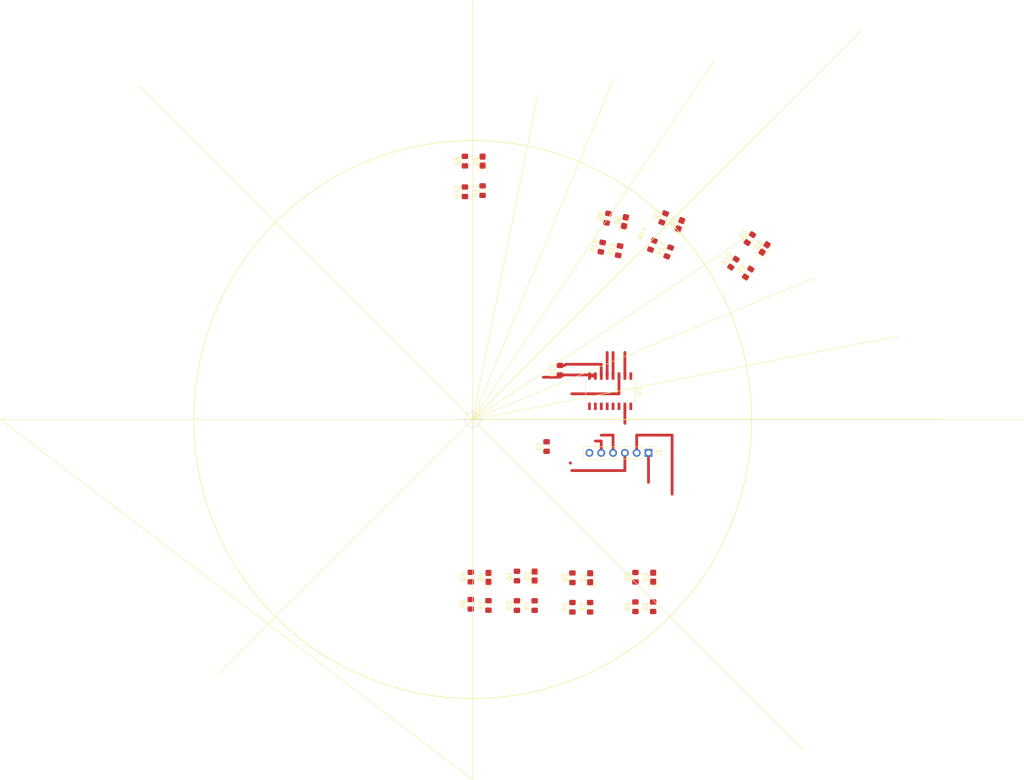
<source format=kicad_pcb>
(kicad_pcb (version 20171130) (host pcbnew "(5.1.4)-1")

  (general
    (thickness 1.6)
    (drawings 17)
    (tracks 27)
    (zones 0)
    (modules 36)
    (nets 24)
  )

  (page A4)
  (layers
    (0 F.Cu signal)
    (31 B.Cu signal)
    (32 B.Adhes user)
    (33 F.Adhes user)
    (34 B.Paste user hide)
    (35 F.Paste user)
    (36 B.SilkS user hide)
    (37 F.SilkS user)
    (38 B.Mask user)
    (39 F.Mask user)
    (40 Dwgs.User user)
    (41 Cmts.User user)
    (42 Eco1.User user)
    (43 Eco2.User user)
    (44 Edge.Cuts user)
    (45 Margin user)
    (46 B.CrtYd user)
    (47 F.CrtYd user)
    (48 B.Fab user)
    (49 F.Fab user)
  )

  (setup
    (last_trace_width 0.6)
    (user_trace_width 0.6)
    (user_trace_width 0.8)
    (user_trace_width 1)
    (trace_clearance 0.2)
    (zone_clearance 0.508)
    (zone_45_only no)
    (trace_min 0.2)
    (via_size 0.8)
    (via_drill 0.4)
    (via_min_size 0.4)
    (via_min_drill 0.3)
    (uvia_size 0.3)
    (uvia_drill 0.1)
    (uvias_allowed no)
    (uvia_min_size 0.2)
    (uvia_min_drill 0.1)
    (edge_width 0.05)
    (segment_width 0.2)
    (pcb_text_width 0.3)
    (pcb_text_size 1.5 1.5)
    (mod_edge_width 0.12)
    (mod_text_size 1 1)
    (mod_text_width 0.15)
    (pad_size 1.524 1.524)
    (pad_drill 0.762)
    (pad_to_mask_clearance 0.051)
    (solder_mask_min_width 0.25)
    (aux_axis_origin 0 0)
    (visible_elements FFFFFF7F)
    (pcbplotparams
      (layerselection 0x010fc_ffffffff)
      (usegerberextensions false)
      (usegerberattributes false)
      (usegerberadvancedattributes false)
      (creategerberjobfile false)
      (excludeedgelayer true)
      (linewidth 0.100000)
      (plotframeref false)
      (viasonmask false)
      (mode 1)
      (useauxorigin false)
      (hpglpennumber 1)
      (hpglpenspeed 20)
      (hpglpendiameter 15.000000)
      (psnegative false)
      (psa4output false)
      (plotreference true)
      (plotvalue true)
      (plotinvisibletext false)
      (padsonsilk false)
      (subtractmaskfromsilk false)
      (outputformat 1)
      (mirror false)
      (drillshape 1)
      (scaleselection 1)
      (outputdirectory ""))
  )

  (net 0 "")
  (net 1 "Net-(C1-Pad1)")
  (net 2 "Net-(C1-Pad2)")
  (net 3 "Net-(J1-Pad3)")
  (net 4 "Net-(J1-Pad4)")
  (net 5 "Net-(J1-Pad5)")
  (net 6 "Net-(J1-Pad6)")
  (net 7 "Net-(Q1-Pad1)")
  (net 8 "Net-(Q2-Pad1)")
  (net 9 "Net-(Q3-Pad1)")
  (net 10 "Net-(Q4-Pad1)")
  (net 11 "Net-(Q5-Pad1)")
  (net 12 "Net-(Q6-Pad1)")
  (net 13 "Net-(Q7-Pad1)")
  (net 14 "Net-(Q8-Pad1)")
  (net 15 "Net-(D1-Pad1)")
  (net 16 "Net-(D2-Pad1)")
  (net 17 "Net-(D3-Pad1)")
  (net 18 "Net-(D4-Pad1)")
  (net 19 "Net-(D5-Pad1)")
  (net 20 "Net-(D6-Pad1)")
  (net 21 "Net-(D7-Pad1)")
  (net 22 "Net-(D8-Pad1)")
  (net 23 "Net-(R17-Pad2)")

  (net_class Default "Это класс цепей по умолчанию."
    (clearance 0.2)
    (trace_width 0.25)
    (via_dia 0.8)
    (via_drill 0.4)
    (uvia_dia 0.3)
    (uvia_drill 0.1)
    (add_net "Net-(C1-Pad1)")
    (add_net "Net-(C1-Pad2)")
    (add_net "Net-(D1-Pad1)")
    (add_net "Net-(D2-Pad1)")
    (add_net "Net-(D3-Pad1)")
    (add_net "Net-(D4-Pad1)")
    (add_net "Net-(D5-Pad1)")
    (add_net "Net-(D6-Pad1)")
    (add_net "Net-(D7-Pad1)")
    (add_net "Net-(D8-Pad1)")
    (add_net "Net-(J1-Pad3)")
    (add_net "Net-(J1-Pad4)")
    (add_net "Net-(J1-Pad5)")
    (add_net "Net-(J1-Pad6)")
    (add_net "Net-(Q1-Pad1)")
    (add_net "Net-(Q2-Pad1)")
    (add_net "Net-(Q3-Pad1)")
    (add_net "Net-(Q4-Pad1)")
    (add_net "Net-(Q5-Pad1)")
    (add_net "Net-(Q6-Pad1)")
    (add_net "Net-(Q7-Pad1)")
    (add_net "Net-(Q8-Pad1)")
    (add_net "Net-(R17-Pad2)")
  )

  (module Resistor_SMD:R_0805_2012Metric_Pad1.15x1.40mm_HandSolder (layer F.Cu) (tedit 5B36C52B) (tstamp 5DF3DDC0)
    (at 154.762537 77.231701 78.7)
    (descr "Resistor SMD 0805 (2012 Metric), square (rectangular) end terminal, IPC_7351 nominal with elongated pad for handsoldering. (Body size source: https://docs.google.com/spreadsheets/d/1BsfQQcO9C6DZCsRaXUlFlo91Tg2WpOkGARC1WS5S8t0/edit?usp=sharing), generated with kicad-footprint-generator")
    (tags "resistor handsolder")
    (path /5DF4C7C0)
    (attr smd)
    (fp_text reference R16 (at 0 -1.65 78.7) (layer F.SilkS)
      (effects (font (size 1 1) (thickness 0.15)))
    )
    (fp_text value R (at 0 1.65 78.7) (layer F.Fab)
      (effects (font (size 1 1) (thickness 0.15)))
    )
    (fp_text user %R (at 0 0 78.7) (layer F.Fab)
      (effects (font (size 0.5 0.5) (thickness 0.08)))
    )
    (fp_line (start 1.85 0.95) (end -1.85 0.95) (layer F.CrtYd) (width 0.05))
    (fp_line (start 1.85 -0.95) (end 1.85 0.95) (layer F.CrtYd) (width 0.05))
    (fp_line (start -1.85 -0.95) (end 1.85 -0.95) (layer F.CrtYd) (width 0.05))
    (fp_line (start -1.85 0.95) (end -1.85 -0.95) (layer F.CrtYd) (width 0.05))
    (fp_line (start -0.261252 0.71) (end 0.261252 0.71) (layer F.SilkS) (width 0.12))
    (fp_line (start -0.261252 -0.71) (end 0.261252 -0.71) (layer F.SilkS) (width 0.12))
    (fp_line (start 1 0.6) (end -1 0.6) (layer F.Fab) (width 0.1))
    (fp_line (start 1 -0.6) (end 1 0.6) (layer F.Fab) (width 0.1))
    (fp_line (start -1 -0.6) (end 1 -0.6) (layer F.Fab) (width 0.1))
    (fp_line (start -1 0.6) (end -1 -0.6) (layer F.Fab) (width 0.1))
    (pad 2 smd roundrect (at 1.025 0 78.7) (size 1.15 1.4) (layers F.Cu F.Paste F.Mask) (roundrect_rratio 0.217391)
      (net 14 "Net-(Q8-Pad1)"))
    (pad 1 smd roundrect (at -1.025 0 78.7) (size 1.15 1.4) (layers F.Cu F.Paste F.Mask) (roundrect_rratio 0.217391)
      (net 2 "Net-(C1-Pad2)"))
    (model ${KISYS3DMOD}/Resistor_SMD.3dshapes/R_0805_2012Metric.wrl
      (at (xyz 0 0 0))
      (scale (xyz 1 1 1))
      (rotate (xyz 0 0 0))
    )
  )

  (module Resistor_SMD:R_0805_2012Metric_Pad1.15x1.40mm_HandSolder (layer F.Cu) (tedit 5B36C52B) (tstamp 5DF3DDAF)
    (at 158.498679 77.978256 78.7)
    (descr "Resistor SMD 0805 (2012 Metric), square (rectangular) end terminal, IPC_7351 nominal with elongated pad for handsoldering. (Body size source: https://docs.google.com/spreadsheets/d/1BsfQQcO9C6DZCsRaXUlFlo91Tg2WpOkGARC1WS5S8t0/edit?usp=sharing), generated with kicad-footprint-generator")
    (tags "resistor handsolder")
    (path /5DF4C7BA)
    (attr smd)
    (fp_text reference R15 (at 0 -1.65 78.7) (layer F.SilkS)
      (effects (font (size 1 1) (thickness 0.15)))
    )
    (fp_text value R (at 0 1.65 78.7) (layer F.Fab)
      (effects (font (size 1 1) (thickness 0.15)))
    )
    (fp_text user %R (at 0 0 78.7) (layer F.Fab)
      (effects (font (size 0.5 0.5) (thickness 0.08)))
    )
    (fp_line (start 1.85 0.95) (end -1.85 0.95) (layer F.CrtYd) (width 0.05))
    (fp_line (start 1.85 -0.95) (end 1.85 0.95) (layer F.CrtYd) (width 0.05))
    (fp_line (start -1.85 -0.95) (end 1.85 -0.95) (layer F.CrtYd) (width 0.05))
    (fp_line (start -1.85 0.95) (end -1.85 -0.95) (layer F.CrtYd) (width 0.05))
    (fp_line (start -0.261252 0.71) (end 0.261252 0.71) (layer F.SilkS) (width 0.12))
    (fp_line (start -0.261252 -0.71) (end 0.261252 -0.71) (layer F.SilkS) (width 0.12))
    (fp_line (start 1 0.6) (end -1 0.6) (layer F.Fab) (width 0.1))
    (fp_line (start 1 -0.6) (end 1 0.6) (layer F.Fab) (width 0.1))
    (fp_line (start -1 -0.6) (end 1 -0.6) (layer F.Fab) (width 0.1))
    (fp_line (start -1 0.6) (end -1 -0.6) (layer F.Fab) (width 0.1))
    (pad 2 smd roundrect (at 1.025 0 78.7) (size 1.15 1.4) (layers F.Cu F.Paste F.Mask) (roundrect_rratio 0.217391)
      (net 22 "Net-(D8-Pad1)"))
    (pad 1 smd roundrect (at -1.025 0 78.7) (size 1.15 1.4) (layers F.Cu F.Paste F.Mask) (roundrect_rratio 0.217391)
      (net 2 "Net-(C1-Pad2)"))
    (model ${KISYS3DMOD}/Resistor_SMD.3dshapes/R_0805_2012Metric.wrl
      (at (xyz 0 0 0))
      (scale (xyz 1 1 1))
      (rotate (xyz 0 0 0))
    )
  )

  (module Resistor_SMD:R_0805_2012Metric_Pad1.15x1.40mm_HandSolder (layer F.Cu) (tedit 5B36C52B) (tstamp 5DF3DCB0)
    (at 156.006795 71.004798 78.7)
    (descr "Resistor SMD 0805 (2012 Metric), square (rectangular) end terminal, IPC_7351 nominal with elongated pad for handsoldering. (Body size source: https://docs.google.com/spreadsheets/d/1BsfQQcO9C6DZCsRaXUlFlo91Tg2WpOkGARC1WS5S8t0/edit?usp=sharing), generated with kicad-footprint-generator")
    (tags "resistor handsolder")
    (path /5DF4C7CC)
    (attr smd)
    (fp_text reference Q8 (at 0 -1.65 78.7) (layer F.SilkS)
      (effects (font (size 1 1) (thickness 0.15)))
    )
    (fp_text value SFH300 (at 0 1.65 78.7) (layer F.Fab)
      (effects (font (size 1 1) (thickness 0.15)))
    )
    (fp_text user %R (at 0 0 78.7) (layer F.Fab)
      (effects (font (size 0.5 0.5) (thickness 0.08)))
    )
    (fp_line (start 1.85 0.95) (end -1.85 0.95) (layer F.CrtYd) (width 0.05))
    (fp_line (start 1.85 -0.95) (end 1.85 0.95) (layer F.CrtYd) (width 0.05))
    (fp_line (start -1.85 -0.95) (end 1.85 -0.95) (layer F.CrtYd) (width 0.05))
    (fp_line (start -1.85 0.95) (end -1.85 -0.95) (layer F.CrtYd) (width 0.05))
    (fp_line (start -0.261252 0.71) (end 0.261252 0.71) (layer F.SilkS) (width 0.12))
    (fp_line (start -0.261252 -0.71) (end 0.261252 -0.71) (layer F.SilkS) (width 0.12))
    (fp_line (start 1 0.6) (end -1 0.6) (layer F.Fab) (width 0.1))
    (fp_line (start 1 -0.6) (end 1 0.6) (layer F.Fab) (width 0.1))
    (fp_line (start -1 -0.6) (end 1 -0.6) (layer F.Fab) (width 0.1))
    (fp_line (start -1 0.6) (end -1 -0.6) (layer F.Fab) (width 0.1))
    (pad 2 smd roundrect (at 1.025 0 78.7) (size 1.15 1.4) (layers F.Cu F.Paste F.Mask) (roundrect_rratio 0.217391)
      (net 1 "Net-(C1-Pad1)"))
    (pad 1 smd roundrect (at -1.025 0 78.7) (size 1.15 1.4) (layers F.Cu F.Paste F.Mask) (roundrect_rratio 0.217391)
      (net 14 "Net-(Q8-Pad1)"))
    (model ${KISYS3DMOD}/Resistor_SMD.3dshapes/R_0805_2012Metric.wrl
      (at (xyz 0 0 0))
      (scale (xyz 1 1 1))
      (rotate (xyz 0 0 0))
    )
  )

  (module LED_SMD:LED_0805_2012Metric_Castellated (layer F.Cu) (tedit 5B36C52C) (tstamp 5DF3DC0E)
    (at 159.742937 71.751353 78.7)
    (descr "LED SMD 0805 (2012 Metric), castellated end terminal, IPC_7351 nominal, (Body size source: https://docs.google.com/spreadsheets/d/1BsfQQcO9C6DZCsRaXUlFlo91Tg2WpOkGARC1WS5S8t0/edit?usp=sharing), generated with kicad-footprint-generator")
    (tags "LED castellated")
    (path /5DF4C7C6)
    (attr smd)
    (fp_text reference D8 (at 0 -1.6 78.7) (layer F.SilkS)
      (effects (font (size 1 1) (thickness 0.15)))
    )
    (fp_text value LED (at 0 1.6 78.7) (layer F.Fab)
      (effects (font (size 1 1) (thickness 0.15)))
    )
    (fp_text user %R (at 0 0 78.7) (layer F.Fab)
      (effects (font (size 0.5 0.5) (thickness 0.08)))
    )
    (fp_line (start 1.88 0.9) (end -1.88 0.9) (layer F.CrtYd) (width 0.05))
    (fp_line (start 1.88 -0.9) (end 1.88 0.9) (layer F.CrtYd) (width 0.05))
    (fp_line (start -1.88 -0.9) (end 1.88 -0.9) (layer F.CrtYd) (width 0.05))
    (fp_line (start -1.88 0.9) (end -1.88 -0.9) (layer F.CrtYd) (width 0.05))
    (fp_line (start -1.885 0.91) (end 1 0.91) (layer F.SilkS) (width 0.12))
    (fp_line (start -1.885 -0.91) (end -1.885 0.91) (layer F.SilkS) (width 0.12))
    (fp_line (start 1 -0.91) (end -1.885 -0.91) (layer F.SilkS) (width 0.12))
    (fp_line (start 1 0.6) (end 1 -0.6) (layer F.Fab) (width 0.1))
    (fp_line (start -1 0.6) (end 1 0.6) (layer F.Fab) (width 0.1))
    (fp_line (start -1 -0.3) (end -1 0.6) (layer F.Fab) (width 0.1))
    (fp_line (start -0.7 -0.6) (end -1 -0.3) (layer F.Fab) (width 0.1))
    (fp_line (start 1 -0.6) (end -0.7 -0.6) (layer F.Fab) (width 0.1))
    (pad 2 smd roundrect (at 0.9625 0 78.7) (size 1.325 1.3) (layers F.Cu F.Paste F.Mask) (roundrect_rratio 0.192308)
      (net 1 "Net-(C1-Pad1)"))
    (pad 1 smd roundrect (at -0.9625 0 78.7) (size 1.325 1.3) (layers F.Cu F.Paste F.Mask) (roundrect_rratio 0.192308)
      (net 22 "Net-(D8-Pad1)"))
    (model ${KISYS3DMOD}/LED_SMD.3dshapes/LED_0805_2012Metric_Castellated.wrl
      (at (xyz 0 0 0))
      (scale (xyz 1 1 1))
      (rotate (xyz 0 0 0))
    )
  )

  (module Package_SO:SOP-16_4.55x10.3mm_P1.27mm (layer F.Cu) (tedit 5C5B553D) (tstamp 5DF3DDF8)
    (at 156.565 108.21 270)
    (descr "SOP, 16 Pin (https://toshiba.semicon-storage.com/info/docget.jsp?did=12855&prodName=TLP290-4), generated with kicad-footprint-generator ipc_gullwing_generator.py")
    (tags "SOP SO")
    (path /5DF3FCD1)
    (attr smd)
    (fp_text reference U1 (at 0 -6.1 90) (layer F.SilkS)
      (effects (font (size 1 1) (thickness 0.15)))
    )
    (fp_text value 74HC4051 (at 0 6.1 90) (layer F.Fab)
      (effects (font (size 1 1) (thickness 0.15)))
    )
    (fp_text user %R (at 0 0 90) (layer F.Fab)
      (effects (font (size 1 1) (thickness 0.15)))
    )
    (fp_line (start 4.3 -5.4) (end -4.3 -5.4) (layer F.CrtYd) (width 0.05))
    (fp_line (start 4.3 5.4) (end 4.3 -5.4) (layer F.CrtYd) (width 0.05))
    (fp_line (start -4.3 5.4) (end 4.3 5.4) (layer F.CrtYd) (width 0.05))
    (fp_line (start -4.3 -5.4) (end -4.3 5.4) (layer F.CrtYd) (width 0.05))
    (fp_line (start -2.275 -4.15) (end -1.275 -5.15) (layer F.Fab) (width 0.1))
    (fp_line (start -2.275 5.15) (end -2.275 -4.15) (layer F.Fab) (width 0.1))
    (fp_line (start 2.275 5.15) (end -2.275 5.15) (layer F.Fab) (width 0.1))
    (fp_line (start 2.275 -5.15) (end 2.275 5.15) (layer F.Fab) (width 0.1))
    (fp_line (start -1.275 -5.15) (end 2.275 -5.15) (layer F.Fab) (width 0.1))
    (fp_line (start -2.385 -5.005) (end -4.05 -5.005) (layer F.SilkS) (width 0.12))
    (fp_line (start -2.385 -5.26) (end -2.385 -5.005) (layer F.SilkS) (width 0.12))
    (fp_line (start 0 -5.26) (end -2.385 -5.26) (layer F.SilkS) (width 0.12))
    (fp_line (start 2.385 -5.26) (end 2.385 -5.005) (layer F.SilkS) (width 0.12))
    (fp_line (start 0 -5.26) (end 2.385 -5.26) (layer F.SilkS) (width 0.12))
    (fp_line (start -2.385 5.26) (end -2.385 5.005) (layer F.SilkS) (width 0.12))
    (fp_line (start 0 5.26) (end -2.385 5.26) (layer F.SilkS) (width 0.12))
    (fp_line (start 2.385 5.26) (end 2.385 5.005) (layer F.SilkS) (width 0.12))
    (fp_line (start 0 5.26) (end 2.385 5.26) (layer F.SilkS) (width 0.12))
    (pad 16 smd roundrect (at 3.25 -4.445 270) (size 1.6 0.6) (layers F.Cu F.Paste F.Mask) (roundrect_rratio 0.25)
      (net 1 "Net-(C1-Pad1)"))
    (pad 15 smd roundrect (at 3.25 -3.175 270) (size 1.6 0.6) (layers F.Cu F.Paste F.Mask) (roundrect_rratio 0.25)
      (net 9 "Net-(Q3-Pad1)"))
    (pad 14 smd roundrect (at 3.25 -1.905 270) (size 1.6 0.6) (layers F.Cu F.Paste F.Mask) (roundrect_rratio 0.25)
      (net 8 "Net-(Q2-Pad1)"))
    (pad 13 smd roundrect (at 3.25 -0.635 270) (size 1.6 0.6) (layers F.Cu F.Paste F.Mask) (roundrect_rratio 0.25)
      (net 7 "Net-(Q1-Pad1)"))
    (pad 12 smd roundrect (at 3.25 0.635 270) (size 1.6 0.6) (layers F.Cu F.Paste F.Mask) (roundrect_rratio 0.25)
      (net 10 "Net-(Q4-Pad1)"))
    (pad 11 smd roundrect (at 3.25 1.905 270) (size 1.6 0.6) (layers F.Cu F.Paste F.Mask) (roundrect_rratio 0.25)
      (net 4 "Net-(J1-Pad4)"))
    (pad 10 smd roundrect (at 3.25 3.175 270) (size 1.6 0.6) (layers F.Cu F.Paste F.Mask) (roundrect_rratio 0.25)
      (net 5 "Net-(J1-Pad5)"))
    (pad 9 smd roundrect (at 3.25 4.445 270) (size 1.6 0.6) (layers F.Cu F.Paste F.Mask) (roundrect_rratio 0.25)
      (net 6 "Net-(J1-Pad6)"))
    (pad 8 smd roundrect (at -3.25 4.445 270) (size 1.6 0.6) (layers F.Cu F.Paste F.Mask) (roundrect_rratio 0.25)
      (net 2 "Net-(C1-Pad2)"))
    (pad 7 smd roundrect (at -3.25 3.175 270) (size 1.6 0.6) (layers F.Cu F.Paste F.Mask) (roundrect_rratio 0.25)
      (net 2 "Net-(C1-Pad2)"))
    (pad 6 smd roundrect (at -3.25 1.905 270) (size 1.6 0.6) (layers F.Cu F.Paste F.Mask) (roundrect_rratio 0.25)
      (net 23 "Net-(R17-Pad2)"))
    (pad 5 smd roundrect (at -3.25 0.635 270) (size 1.6 0.6) (layers F.Cu F.Paste F.Mask) (roundrect_rratio 0.25)
      (net 12 "Net-(Q6-Pad1)"))
    (pad 4 smd roundrect (at -3.25 -0.635 270) (size 1.6 0.6) (layers F.Cu F.Paste F.Mask) (roundrect_rratio 0.25)
      (net 14 "Net-(Q8-Pad1)"))
    (pad 3 smd roundrect (at -3.25 -1.905 270) (size 1.6 0.6) (layers F.Cu F.Paste F.Mask) (roundrect_rratio 0.25)
      (net 3 "Net-(J1-Pad3)"))
    (pad 2 smd roundrect (at -3.25 -3.175 270) (size 1.6 0.6) (layers F.Cu F.Paste F.Mask) (roundrect_rratio 0.25)
      (net 13 "Net-(Q7-Pad1)"))
    (pad 1 smd roundrect (at -3.25 -4.445 270) (size 1.6 0.6) (layers F.Cu F.Paste F.Mask) (roundrect_rratio 0.25)
      (net 11 "Net-(Q5-Pad1)"))
    (model ${KISYS3DMOD}/Package_SO.3dshapes/SOP-16_4.55x10.3mm_P1.27mm.wrl
      (at (xyz 0 0 0))
      (scale (xyz 1 1 1))
      (rotate (xyz 0 0 0))
    )
  )

  (module Resistor_SMD:R_0805_2012Metric_Pad1.15x1.40mm_HandSolder (layer F.Cu) (tedit 5B36C52B) (tstamp 5DF3DDD1)
    (at 145.77 103.69 90)
    (descr "Resistor SMD 0805 (2012 Metric), square (rectangular) end terminal, IPC_7351 nominal with elongated pad for handsoldering. (Body size source: https://docs.google.com/spreadsheets/d/1BsfQQcO9C6DZCsRaXUlFlo91Tg2WpOkGARC1WS5S8t0/edit?usp=sharing), generated with kicad-footprint-generator")
    (tags "resistor handsolder")
    (path /5DFA6CFC)
    (attr smd)
    (fp_text reference R17 (at 0 -1.65 90) (layer F.SilkS)
      (effects (font (size 1 1) (thickness 0.15)))
    )
    (fp_text value R (at 0 1.65 90) (layer F.Fab)
      (effects (font (size 1 1) (thickness 0.15)))
    )
    (fp_text user %R (at 0 0 90) (layer F.Fab)
      (effects (font (size 0.5 0.5) (thickness 0.08)))
    )
    (fp_line (start 1.85 0.95) (end -1.85 0.95) (layer F.CrtYd) (width 0.05))
    (fp_line (start 1.85 -0.95) (end 1.85 0.95) (layer F.CrtYd) (width 0.05))
    (fp_line (start -1.85 -0.95) (end 1.85 -0.95) (layer F.CrtYd) (width 0.05))
    (fp_line (start -1.85 0.95) (end -1.85 -0.95) (layer F.CrtYd) (width 0.05))
    (fp_line (start -0.261252 0.71) (end 0.261252 0.71) (layer F.SilkS) (width 0.12))
    (fp_line (start -0.261252 -0.71) (end 0.261252 -0.71) (layer F.SilkS) (width 0.12))
    (fp_line (start 1 0.6) (end -1 0.6) (layer F.Fab) (width 0.1))
    (fp_line (start 1 -0.6) (end 1 0.6) (layer F.Fab) (width 0.1))
    (fp_line (start -1 -0.6) (end 1 -0.6) (layer F.Fab) (width 0.1))
    (fp_line (start -1 0.6) (end -1 -0.6) (layer F.Fab) (width 0.1))
    (pad 2 smd roundrect (at 1.025 0 90) (size 1.15 1.4) (layers F.Cu F.Paste F.Mask) (roundrect_rratio 0.217391)
      (net 23 "Net-(R17-Pad2)"))
    (pad 1 smd roundrect (at -1.025 0 90) (size 1.15 1.4) (layers F.Cu F.Paste F.Mask) (roundrect_rratio 0.217391)
      (net 2 "Net-(C1-Pad2)"))
    (model ${KISYS3DMOD}/Resistor_SMD.3dshapes/R_0805_2012Metric.wrl
      (at (xyz 0 0 0))
      (scale (xyz 1 1 1))
      (rotate (xyz 0 0 0))
    )
  )

  (module Resistor_SMD:R_0805_2012Metric_Pad1.15x1.40mm_HandSolder (layer F.Cu) (tedit 5B36C52B) (tstamp 5DF3DD9E)
    (at 165.655965 76.798907 67.5)
    (descr "Resistor SMD 0805 (2012 Metric), square (rectangular) end terminal, IPC_7351 nominal with elongated pad for handsoldering. (Body size source: https://docs.google.com/spreadsheets/d/1BsfQQcO9C6DZCsRaXUlFlo91Tg2WpOkGARC1WS5S8t0/edit?usp=sharing), generated with kicad-footprint-generator")
    (tags "resistor handsolder")
    (path /5DF4C7A3)
    (attr smd)
    (fp_text reference R14 (at 1.5 -3 67.5) (layer F.SilkS)
      (effects (font (size 1 1) (thickness 0.15)))
    )
    (fp_text value R (at 0 1.65 67.5) (layer F.Fab)
      (effects (font (size 1 1) (thickness 0.15)))
    )
    (fp_text user %R (at 0 0 67.5) (layer F.Fab)
      (effects (font (size 0.5 0.5) (thickness 0.08)))
    )
    (fp_line (start 1.85 0.95) (end -1.85 0.95) (layer F.CrtYd) (width 0.05))
    (fp_line (start 1.85 -0.95) (end 1.85 0.95) (layer F.CrtYd) (width 0.05))
    (fp_line (start -1.85 -0.95) (end 1.85 -0.95) (layer F.CrtYd) (width 0.05))
    (fp_line (start -1.85 0.95) (end -1.85 -0.95) (layer F.CrtYd) (width 0.05))
    (fp_line (start -0.261252 0.71) (end 0.261252 0.71) (layer F.SilkS) (width 0.12))
    (fp_line (start -0.261252 -0.71) (end 0.261252 -0.71) (layer F.SilkS) (width 0.12))
    (fp_line (start 1 0.6) (end -1 0.6) (layer F.Fab) (width 0.1))
    (fp_line (start 1 -0.6) (end 1 0.6) (layer F.Fab) (width 0.1))
    (fp_line (start -1 -0.6) (end 1 -0.6) (layer F.Fab) (width 0.1))
    (fp_line (start -1 0.6) (end -1 -0.6) (layer F.Fab) (width 0.1))
    (pad 2 smd roundrect (at 1.025 0 67.5) (size 1.15 1.4) (layers F.Cu F.Paste F.Mask) (roundrect_rratio 0.217391)
      (net 13 "Net-(Q7-Pad1)"))
    (pad 1 smd roundrect (at -1.025 0 67.5) (size 1.15 1.4) (layers F.Cu F.Paste F.Mask) (roundrect_rratio 0.217391)
      (net 2 "Net-(C1-Pad2)"))
    (model ${KISYS3DMOD}/Resistor_SMD.3dshapes/R_0805_2012Metric.wrl
      (at (xyz 0 0 0))
      (scale (xyz 1 1 1))
      (rotate (xyz 0 0 0))
    )
  )

  (module Resistor_SMD:R_0805_2012Metric_Pad1.15x1.40mm_HandSolder (layer F.Cu) (tedit 5B36C52B) (tstamp 5DF3DD8D)
    (at 169.175946 78.25693 67.5)
    (descr "Resistor SMD 0805 (2012 Metric), square (rectangular) end terminal, IPC_7351 nominal with elongated pad for handsoldering. (Body size source: https://docs.google.com/spreadsheets/d/1BsfQQcO9C6DZCsRaXUlFlo91Tg2WpOkGARC1WS5S8t0/edit?usp=sharing), generated with kicad-footprint-generator")
    (tags "resistor handsolder")
    (path /5DF4C79D)
    (attr smd)
    (fp_text reference R13 (at 0 -1.65 67.5) (layer F.SilkS)
      (effects (font (size 1 1) (thickness 0.15)))
    )
    (fp_text value R (at 0 1.65 67.5) (layer F.Fab)
      (effects (font (size 1 1) (thickness 0.15)))
    )
    (fp_text user %R (at 0 0 67.5) (layer F.Fab)
      (effects (font (size 0.5 0.5) (thickness 0.08)))
    )
    (fp_line (start 1.85 0.95) (end -1.85 0.95) (layer F.CrtYd) (width 0.05))
    (fp_line (start 1.85 -0.95) (end 1.85 0.95) (layer F.CrtYd) (width 0.05))
    (fp_line (start -1.85 -0.95) (end 1.85 -0.95) (layer F.CrtYd) (width 0.05))
    (fp_line (start -1.85 0.95) (end -1.85 -0.95) (layer F.CrtYd) (width 0.05))
    (fp_line (start -0.261252 0.71) (end 0.261252 0.71) (layer F.SilkS) (width 0.12))
    (fp_line (start -0.261252 -0.71) (end 0.261252 -0.71) (layer F.SilkS) (width 0.12))
    (fp_line (start 1 0.6) (end -1 0.6) (layer F.Fab) (width 0.1))
    (fp_line (start 1 -0.6) (end 1 0.6) (layer F.Fab) (width 0.1))
    (fp_line (start -1 -0.6) (end 1 -0.6) (layer F.Fab) (width 0.1))
    (fp_line (start -1 0.6) (end -1 -0.6) (layer F.Fab) (width 0.1))
    (pad 2 smd roundrect (at 1.025 0 67.5) (size 1.15 1.4) (layers F.Cu F.Paste F.Mask) (roundrect_rratio 0.217391)
      (net 21 "Net-(D7-Pad1)"))
    (pad 1 smd roundrect (at -1.025 0 67.5) (size 1.15 1.4) (layers F.Cu F.Paste F.Mask) (roundrect_rratio 0.217391)
      (net 2 "Net-(C1-Pad2)"))
    (model ${KISYS3DMOD}/Resistor_SMD.3dshapes/R_0805_2012Metric.wrl
      (at (xyz 0 0 0))
      (scale (xyz 1 1 1))
      (rotate (xyz 0 0 0))
    )
  )

  (module Resistor_SMD:R_0805_2012Metric_Pad1.15x1.40mm_HandSolder (layer F.Cu) (tedit 5B36C52B) (tstamp 5DF3DD7C)
    (at 125.33 65.315 90)
    (descr "Resistor SMD 0805 (2012 Metric), square (rectangular) end terminal, IPC_7351 nominal with elongated pad for handsoldering. (Body size source: https://docs.google.com/spreadsheets/d/1BsfQQcO9C6DZCsRaXUlFlo91Tg2WpOkGARC1WS5S8t0/edit?usp=sharing), generated with kicad-footprint-generator")
    (tags "resistor handsolder")
    (path /5DF4C786)
    (attr smd)
    (fp_text reference R12 (at 0 -1.65 90) (layer F.SilkS)
      (effects (font (size 1 1) (thickness 0.15)))
    )
    (fp_text value R (at 0 1.65 90) (layer F.Fab)
      (effects (font (size 1 1) (thickness 0.15)))
    )
    (fp_text user %R (at 0 0 90) (layer F.Fab)
      (effects (font (size 0.5 0.5) (thickness 0.08)))
    )
    (fp_line (start 1.85 0.95) (end -1.85 0.95) (layer F.CrtYd) (width 0.05))
    (fp_line (start 1.85 -0.95) (end 1.85 0.95) (layer F.CrtYd) (width 0.05))
    (fp_line (start -1.85 -0.95) (end 1.85 -0.95) (layer F.CrtYd) (width 0.05))
    (fp_line (start -1.85 0.95) (end -1.85 -0.95) (layer F.CrtYd) (width 0.05))
    (fp_line (start -0.261252 0.71) (end 0.261252 0.71) (layer F.SilkS) (width 0.12))
    (fp_line (start -0.261252 -0.71) (end 0.261252 -0.71) (layer F.SilkS) (width 0.12))
    (fp_line (start 1 0.6) (end -1 0.6) (layer F.Fab) (width 0.1))
    (fp_line (start 1 -0.6) (end 1 0.6) (layer F.Fab) (width 0.1))
    (fp_line (start -1 -0.6) (end 1 -0.6) (layer F.Fab) (width 0.1))
    (fp_line (start -1 0.6) (end -1 -0.6) (layer F.Fab) (width 0.1))
    (pad 2 smd roundrect (at 1.025 0 90) (size 1.15 1.4) (layers F.Cu F.Paste F.Mask) (roundrect_rratio 0.217391)
      (net 12 "Net-(Q6-Pad1)"))
    (pad 1 smd roundrect (at -1.025 0 90) (size 1.15 1.4) (layers F.Cu F.Paste F.Mask) (roundrect_rratio 0.217391)
      (net 2 "Net-(C1-Pad2)"))
    (model ${KISYS3DMOD}/Resistor_SMD.3dshapes/R_0805_2012Metric.wrl
      (at (xyz 0 0 0))
      (scale (xyz 1 1 1))
      (rotate (xyz 0 0 0))
    )
  )

  (module Resistor_SMD:R_0805_2012Metric_Pad1.15x1.40mm_HandSolder (layer F.Cu) (tedit 5B36C52B) (tstamp 5DF3DD6B)
    (at 129.14 65.07 90)
    (descr "Resistor SMD 0805 (2012 Metric), square (rectangular) end terminal, IPC_7351 nominal with elongated pad for handsoldering. (Body size source: https://docs.google.com/spreadsheets/d/1BsfQQcO9C6DZCsRaXUlFlo91Tg2WpOkGARC1WS5S8t0/edit?usp=sharing), generated with kicad-footprint-generator")
    (tags "resistor handsolder")
    (path /5DF4C780)
    (attr smd)
    (fp_text reference R11 (at 0 -1.65 90) (layer F.SilkS)
      (effects (font (size 1 1) (thickness 0.15)))
    )
    (fp_text value R (at 0 1.65 90) (layer F.Fab)
      (effects (font (size 1 1) (thickness 0.15)))
    )
    (fp_text user %R (at 0 0 90) (layer F.Fab)
      (effects (font (size 0.5 0.5) (thickness 0.08)))
    )
    (fp_line (start 1.85 0.95) (end -1.85 0.95) (layer F.CrtYd) (width 0.05))
    (fp_line (start 1.85 -0.95) (end 1.85 0.95) (layer F.CrtYd) (width 0.05))
    (fp_line (start -1.85 -0.95) (end 1.85 -0.95) (layer F.CrtYd) (width 0.05))
    (fp_line (start -1.85 0.95) (end -1.85 -0.95) (layer F.CrtYd) (width 0.05))
    (fp_line (start -0.261252 0.71) (end 0.261252 0.71) (layer F.SilkS) (width 0.12))
    (fp_line (start -0.261252 -0.71) (end 0.261252 -0.71) (layer F.SilkS) (width 0.12))
    (fp_line (start 1 0.6) (end -1 0.6) (layer F.Fab) (width 0.1))
    (fp_line (start 1 -0.6) (end 1 0.6) (layer F.Fab) (width 0.1))
    (fp_line (start -1 -0.6) (end 1 -0.6) (layer F.Fab) (width 0.1))
    (fp_line (start -1 0.6) (end -1 -0.6) (layer F.Fab) (width 0.1))
    (pad 2 smd roundrect (at 1.025 0 90) (size 1.15 1.4) (layers F.Cu F.Paste F.Mask) (roundrect_rratio 0.217391)
      (net 20 "Net-(D6-Pad1)"))
    (pad 1 smd roundrect (at -1.025 0 90) (size 1.15 1.4) (layers F.Cu F.Paste F.Mask) (roundrect_rratio 0.217391)
      (net 2 "Net-(C1-Pad2)"))
    (model ${KISYS3DMOD}/Resistor_SMD.3dshapes/R_0805_2012Metric.wrl
      (at (xyz 0 0 0))
      (scale (xyz 1 1 1))
      (rotate (xyz 0 0 0))
    )
  )

  (module Resistor_SMD:R_0805_2012Metric_Pad1.15x1.40mm_HandSolder (layer F.Cu) (tedit 5B36C52B) (tstamp 5DF3DD5A)
    (at 183.090379 80.67237 56.2)
    (descr "Resistor SMD 0805 (2012 Metric), square (rectangular) end terminal, IPC_7351 nominal with elongated pad for handsoldering. (Body size source: https://docs.google.com/spreadsheets/d/1BsfQQcO9C6DZCsRaXUlFlo91Tg2WpOkGARC1WS5S8t0/edit?usp=sharing), generated with kicad-footprint-generator")
    (tags "resistor handsolder")
    (path /5DF4C768)
    (attr smd)
    (fp_text reference R10 (at 0 -1.65 56.2) (layer F.SilkS)
      (effects (font (size 1 1) (thickness 0.15)))
    )
    (fp_text value R (at 0 1.65 56.2) (layer F.Fab)
      (effects (font (size 1 1) (thickness 0.15)))
    )
    (fp_text user %R (at 0 0 56.2) (layer F.Fab)
      (effects (font (size 0.5 0.5) (thickness 0.08)))
    )
    (fp_line (start 1.85 0.95) (end -1.85 0.95) (layer F.CrtYd) (width 0.05))
    (fp_line (start 1.85 -0.95) (end 1.85 0.95) (layer F.CrtYd) (width 0.05))
    (fp_line (start -1.85 -0.95) (end 1.85 -0.95) (layer F.CrtYd) (width 0.05))
    (fp_line (start -1.85 0.95) (end -1.85 -0.95) (layer F.CrtYd) (width 0.05))
    (fp_line (start -0.261252 0.71) (end 0.261252 0.71) (layer F.SilkS) (width 0.12))
    (fp_line (start -0.261252 -0.71) (end 0.261252 -0.71) (layer F.SilkS) (width 0.12))
    (fp_line (start 1 0.6) (end -1 0.6) (layer F.Fab) (width 0.1))
    (fp_line (start 1 -0.6) (end 1 0.6) (layer F.Fab) (width 0.1))
    (fp_line (start -1 -0.6) (end 1 -0.6) (layer F.Fab) (width 0.1))
    (fp_line (start -1 0.6) (end -1 -0.6) (layer F.Fab) (width 0.1))
    (pad 2 smd roundrect (at 1.025 0 56.2) (size 1.15 1.4) (layers F.Cu F.Paste F.Mask) (roundrect_rratio 0.217391)
      (net 11 "Net-(Q5-Pad1)"))
    (pad 1 smd roundrect (at -1.025 0 56.2) (size 1.15 1.4) (layers F.Cu F.Paste F.Mask) (roundrect_rratio 0.217391)
      (net 2 "Net-(C1-Pad2)"))
    (model ${KISYS3DMOD}/Resistor_SMD.3dshapes/R_0805_2012Metric.wrl
      (at (xyz 0 0 0))
      (scale (xyz 1 1 1))
      (rotate (xyz 0 0 0))
    )
  )

  (module Resistor_SMD:R_0805_2012Metric_Pad1.15x1.40mm_HandSolder (layer F.Cu) (tedit 5B36C52B) (tstamp 5DF3DD49)
    (at 186.25643 82.791856 56.2)
    (descr "Resistor SMD 0805 (2012 Metric), square (rectangular) end terminal, IPC_7351 nominal with elongated pad for handsoldering. (Body size source: https://docs.google.com/spreadsheets/d/1BsfQQcO9C6DZCsRaXUlFlo91Tg2WpOkGARC1WS5S8t0/edit?usp=sharing), generated with kicad-footprint-generator")
    (tags "resistor handsolder")
    (path /5DF4C762)
    (attr smd)
    (fp_text reference R9 (at 0 -1.65 56.2) (layer F.SilkS)
      (effects (font (size 1 1) (thickness 0.15)))
    )
    (fp_text value R (at 0 1.65 56.2) (layer F.Fab)
      (effects (font (size 1 1) (thickness 0.15)))
    )
    (fp_text user %R (at 0 0 56.2) (layer F.Fab)
      (effects (font (size 0.5 0.5) (thickness 0.08)))
    )
    (fp_line (start 1.85 0.95) (end -1.85 0.95) (layer F.CrtYd) (width 0.05))
    (fp_line (start 1.85 -0.95) (end 1.85 0.95) (layer F.CrtYd) (width 0.05))
    (fp_line (start -1.85 -0.95) (end 1.85 -0.95) (layer F.CrtYd) (width 0.05))
    (fp_line (start -1.85 0.95) (end -1.85 -0.95) (layer F.CrtYd) (width 0.05))
    (fp_line (start -0.261252 0.71) (end 0.261252 0.71) (layer F.SilkS) (width 0.12))
    (fp_line (start -0.261252 -0.71) (end 0.261252 -0.71) (layer F.SilkS) (width 0.12))
    (fp_line (start 1 0.6) (end -1 0.6) (layer F.Fab) (width 0.1))
    (fp_line (start 1 -0.6) (end 1 0.6) (layer F.Fab) (width 0.1))
    (fp_line (start -1 -0.6) (end 1 -0.6) (layer F.Fab) (width 0.1))
    (fp_line (start -1 0.6) (end -1 -0.6) (layer F.Fab) (width 0.1))
    (pad 2 smd roundrect (at 1.025 0 56.2) (size 1.15 1.4) (layers F.Cu F.Paste F.Mask) (roundrect_rratio 0.217391)
      (net 19 "Net-(D5-Pad1)"))
    (pad 1 smd roundrect (at -1.025 0 56.2) (size 1.15 1.4) (layers F.Cu F.Paste F.Mask) (roundrect_rratio 0.217391)
      (net 2 "Net-(C1-Pad2)"))
    (model ${KISYS3DMOD}/Resistor_SMD.3dshapes/R_0805_2012Metric.wrl
      (at (xyz 0 0 0))
      (scale (xyz 1 1 1))
      (rotate (xyz 0 0 0))
    )
  )

  (module Resistor_SMD:R_0805_2012Metric_Pad1.15x1.40mm_HandSolder (layer F.Cu) (tedit 5B36C52B) (tstamp 5DF3DD38)
    (at 126.59 154.045 90)
    (descr "Resistor SMD 0805 (2012 Metric), square (rectangular) end terminal, IPC_7351 nominal with elongated pad for handsoldering. (Body size source: https://docs.google.com/spreadsheets/d/1BsfQQcO9C6DZCsRaXUlFlo91Tg2WpOkGARC1WS5S8t0/edit?usp=sharing), generated with kicad-footprint-generator")
    (tags "resistor handsolder")
    (path /5DF459CE)
    (attr smd)
    (fp_text reference R8 (at 0 -1.65 90) (layer F.SilkS)
      (effects (font (size 1 1) (thickness 0.15)))
    )
    (fp_text value R (at 0 1.65 90) (layer F.Fab)
      (effects (font (size 1 1) (thickness 0.15)))
    )
    (fp_text user %R (at 0 0 90) (layer F.Fab)
      (effects (font (size 0.5 0.5) (thickness 0.08)))
    )
    (fp_line (start 1.85 0.95) (end -1.85 0.95) (layer F.CrtYd) (width 0.05))
    (fp_line (start 1.85 -0.95) (end 1.85 0.95) (layer F.CrtYd) (width 0.05))
    (fp_line (start -1.85 -0.95) (end 1.85 -0.95) (layer F.CrtYd) (width 0.05))
    (fp_line (start -1.85 0.95) (end -1.85 -0.95) (layer F.CrtYd) (width 0.05))
    (fp_line (start -0.261252 0.71) (end 0.261252 0.71) (layer F.SilkS) (width 0.12))
    (fp_line (start -0.261252 -0.71) (end 0.261252 -0.71) (layer F.SilkS) (width 0.12))
    (fp_line (start 1 0.6) (end -1 0.6) (layer F.Fab) (width 0.1))
    (fp_line (start 1 -0.6) (end 1 0.6) (layer F.Fab) (width 0.1))
    (fp_line (start -1 -0.6) (end 1 -0.6) (layer F.Fab) (width 0.1))
    (fp_line (start -1 0.6) (end -1 -0.6) (layer F.Fab) (width 0.1))
    (pad 2 smd roundrect (at 1.025 0 90) (size 1.15 1.4) (layers F.Cu F.Paste F.Mask) (roundrect_rratio 0.217391)
      (net 10 "Net-(Q4-Pad1)"))
    (pad 1 smd roundrect (at -1.025 0 90) (size 1.15 1.4) (layers F.Cu F.Paste F.Mask) (roundrect_rratio 0.217391)
      (net 2 "Net-(C1-Pad2)"))
    (model ${KISYS3DMOD}/Resistor_SMD.3dshapes/R_0805_2012Metric.wrl
      (at (xyz 0 0 0))
      (scale (xyz 1 1 1))
      (rotate (xyz 0 0 0))
    )
  )

  (module Resistor_SMD:R_0805_2012Metric_Pad1.15x1.40mm_HandSolder (layer F.Cu) (tedit 5B36C52B) (tstamp 5DF3DD27)
    (at 130.4 154.29 90)
    (descr "Resistor SMD 0805 (2012 Metric), square (rectangular) end terminal, IPC_7351 nominal with elongated pad for handsoldering. (Body size source: https://docs.google.com/spreadsheets/d/1BsfQQcO9C6DZCsRaXUlFlo91Tg2WpOkGARC1WS5S8t0/edit?usp=sharing), generated with kicad-footprint-generator")
    (tags "resistor handsolder")
    (path /5DF459C8)
    (attr smd)
    (fp_text reference R7 (at 0 -1.65 90) (layer F.SilkS)
      (effects (font (size 1 1) (thickness 0.15)))
    )
    (fp_text value R (at 0 1.65 90) (layer F.Fab)
      (effects (font (size 1 1) (thickness 0.15)))
    )
    (fp_text user %R (at 0 0 90) (layer F.Fab)
      (effects (font (size 0.5 0.5) (thickness 0.08)))
    )
    (fp_line (start 1.85 0.95) (end -1.85 0.95) (layer F.CrtYd) (width 0.05))
    (fp_line (start 1.85 -0.95) (end 1.85 0.95) (layer F.CrtYd) (width 0.05))
    (fp_line (start -1.85 -0.95) (end 1.85 -0.95) (layer F.CrtYd) (width 0.05))
    (fp_line (start -1.85 0.95) (end -1.85 -0.95) (layer F.CrtYd) (width 0.05))
    (fp_line (start -0.261252 0.71) (end 0.261252 0.71) (layer F.SilkS) (width 0.12))
    (fp_line (start -0.261252 -0.71) (end 0.261252 -0.71) (layer F.SilkS) (width 0.12))
    (fp_line (start 1 0.6) (end -1 0.6) (layer F.Fab) (width 0.1))
    (fp_line (start 1 -0.6) (end 1 0.6) (layer F.Fab) (width 0.1))
    (fp_line (start -1 -0.6) (end 1 -0.6) (layer F.Fab) (width 0.1))
    (fp_line (start -1 0.6) (end -1 -0.6) (layer F.Fab) (width 0.1))
    (pad 2 smd roundrect (at 1.025 0 90) (size 1.15 1.4) (layers F.Cu F.Paste F.Mask) (roundrect_rratio 0.217391)
      (net 18 "Net-(D4-Pad1)"))
    (pad 1 smd roundrect (at -1.025 0 90) (size 1.15 1.4) (layers F.Cu F.Paste F.Mask) (roundrect_rratio 0.217391)
      (net 2 "Net-(C1-Pad2)"))
    (model ${KISYS3DMOD}/Resistor_SMD.3dshapes/R_0805_2012Metric.wrl
      (at (xyz 0 0 0))
      (scale (xyz 1 1 1))
      (rotate (xyz 0 0 0))
    )
  )

  (module Resistor_SMD:R_0805_2012Metric_Pad1.15x1.40mm_HandSolder (layer F.Cu) (tedit 5B36C52B) (tstamp 5DF3DD16)
    (at 162.01317 154.566985 90)
    (descr "Resistor SMD 0805 (2012 Metric), square (rectangular) end terminal, IPC_7351 nominal with elongated pad for handsoldering. (Body size source: https://docs.google.com/spreadsheets/d/1BsfQQcO9C6DZCsRaXUlFlo91Tg2WpOkGARC1WS5S8t0/edit?usp=sharing), generated with kicad-footprint-generator")
    (tags "resistor handsolder")
    (path /5DF4426D)
    (attr smd)
    (fp_text reference R6 (at 0 -1.65 90) (layer F.SilkS)
      (effects (font (size 1 1) (thickness 0.15)))
    )
    (fp_text value R (at 0 1.65 90) (layer F.Fab)
      (effects (font (size 1 1) (thickness 0.15)))
    )
    (fp_text user %R (at 0 0 90) (layer F.Fab)
      (effects (font (size 0.5 0.5) (thickness 0.08)))
    )
    (fp_line (start 1.85 0.95) (end -1.85 0.95) (layer F.CrtYd) (width 0.05))
    (fp_line (start 1.85 -0.95) (end 1.85 0.95) (layer F.CrtYd) (width 0.05))
    (fp_line (start -1.85 -0.95) (end 1.85 -0.95) (layer F.CrtYd) (width 0.05))
    (fp_line (start -1.85 0.95) (end -1.85 -0.95) (layer F.CrtYd) (width 0.05))
    (fp_line (start -0.261252 0.71) (end 0.261252 0.71) (layer F.SilkS) (width 0.12))
    (fp_line (start -0.261252 -0.71) (end 0.261252 -0.71) (layer F.SilkS) (width 0.12))
    (fp_line (start 1 0.6) (end -1 0.6) (layer F.Fab) (width 0.1))
    (fp_line (start 1 -0.6) (end 1 0.6) (layer F.Fab) (width 0.1))
    (fp_line (start -1 -0.6) (end 1 -0.6) (layer F.Fab) (width 0.1))
    (fp_line (start -1 0.6) (end -1 -0.6) (layer F.Fab) (width 0.1))
    (pad 2 smd roundrect (at 1.025 0 90) (size 1.15 1.4) (layers F.Cu F.Paste F.Mask) (roundrect_rratio 0.217391)
      (net 9 "Net-(Q3-Pad1)"))
    (pad 1 smd roundrect (at -1.025 0 90) (size 1.15 1.4) (layers F.Cu F.Paste F.Mask) (roundrect_rratio 0.217391)
      (net 2 "Net-(C1-Pad2)"))
    (model ${KISYS3DMOD}/Resistor_SMD.3dshapes/R_0805_2012Metric.wrl
      (at (xyz 0 0 0))
      (scale (xyz 1 1 1))
      (rotate (xyz 0 0 0))
    )
  )

  (module Resistor_SMD:R_0805_2012Metric_Pad1.15x1.40mm_HandSolder (layer F.Cu) (tedit 5B36C52B) (tstamp 5DF3DD05)
    (at 165.82317 154.566985 90)
    (descr "Resistor SMD 0805 (2012 Metric), square (rectangular) end terminal, IPC_7351 nominal with elongated pad for handsoldering. (Body size source: https://docs.google.com/spreadsheets/d/1BsfQQcO9C6DZCsRaXUlFlo91Tg2WpOkGARC1WS5S8t0/edit?usp=sharing), generated with kicad-footprint-generator")
    (tags "resistor handsolder")
    (path /5DF44267)
    (attr smd)
    (fp_text reference R5 (at 0 -1.65 90) (layer F.SilkS)
      (effects (font (size 1 1) (thickness 0.15)))
    )
    (fp_text value R (at 0 1.65 90) (layer F.Fab)
      (effects (font (size 1 1) (thickness 0.15)))
    )
    (fp_text user %R (at 0 0 90) (layer F.Fab)
      (effects (font (size 0.5 0.5) (thickness 0.08)))
    )
    (fp_line (start 1.85 0.95) (end -1.85 0.95) (layer F.CrtYd) (width 0.05))
    (fp_line (start 1.85 -0.95) (end 1.85 0.95) (layer F.CrtYd) (width 0.05))
    (fp_line (start -1.85 -0.95) (end 1.85 -0.95) (layer F.CrtYd) (width 0.05))
    (fp_line (start -1.85 0.95) (end -1.85 -0.95) (layer F.CrtYd) (width 0.05))
    (fp_line (start -0.261252 0.71) (end 0.261252 0.71) (layer F.SilkS) (width 0.12))
    (fp_line (start -0.261252 -0.71) (end 0.261252 -0.71) (layer F.SilkS) (width 0.12))
    (fp_line (start 1 0.6) (end -1 0.6) (layer F.Fab) (width 0.1))
    (fp_line (start 1 -0.6) (end 1 0.6) (layer F.Fab) (width 0.1))
    (fp_line (start -1 -0.6) (end 1 -0.6) (layer F.Fab) (width 0.1))
    (fp_line (start -1 0.6) (end -1 -0.6) (layer F.Fab) (width 0.1))
    (pad 2 smd roundrect (at 1.025 0 90) (size 1.15 1.4) (layers F.Cu F.Paste F.Mask) (roundrect_rratio 0.217391)
      (net 17 "Net-(D3-Pad1)"))
    (pad 1 smd roundrect (at -1.025 0 90) (size 1.15 1.4) (layers F.Cu F.Paste F.Mask) (roundrect_rratio 0.217391)
      (net 2 "Net-(C1-Pad2)"))
    (model ${KISYS3DMOD}/Resistor_SMD.3dshapes/R_0805_2012Metric.wrl
      (at (xyz 0 0 0))
      (scale (xyz 1 1 1))
      (rotate (xyz 0 0 0))
    )
  )

  (module Resistor_SMD:R_0805_2012Metric_Pad1.15x1.40mm_HandSolder (layer F.Cu) (tedit 5B36C52B) (tstamp 5DF3DCF4)
    (at 148.46 154.68 90)
    (descr "Resistor SMD 0805 (2012 Metric), square (rectangular) end terminal, IPC_7351 nominal with elongated pad for handsoldering. (Body size source: https://docs.google.com/spreadsheets/d/1BsfQQcO9C6DZCsRaXUlFlo91Tg2WpOkGARC1WS5S8t0/edit?usp=sharing), generated with kicad-footprint-generator")
    (tags "resistor handsolder")
    (path /5DF435C2)
    (attr smd)
    (fp_text reference R4 (at 0 -1.65 90) (layer F.SilkS)
      (effects (font (size 1 1) (thickness 0.15)))
    )
    (fp_text value R (at 0 1.65 90) (layer F.Fab)
      (effects (font (size 1 1) (thickness 0.15)))
    )
    (fp_text user %R (at 0 0 90) (layer F.Fab)
      (effects (font (size 0.5 0.5) (thickness 0.08)))
    )
    (fp_line (start 1.85 0.95) (end -1.85 0.95) (layer F.CrtYd) (width 0.05))
    (fp_line (start 1.85 -0.95) (end 1.85 0.95) (layer F.CrtYd) (width 0.05))
    (fp_line (start -1.85 -0.95) (end 1.85 -0.95) (layer F.CrtYd) (width 0.05))
    (fp_line (start -1.85 0.95) (end -1.85 -0.95) (layer F.CrtYd) (width 0.05))
    (fp_line (start -0.261252 0.71) (end 0.261252 0.71) (layer F.SilkS) (width 0.12))
    (fp_line (start -0.261252 -0.71) (end 0.261252 -0.71) (layer F.SilkS) (width 0.12))
    (fp_line (start 1 0.6) (end -1 0.6) (layer F.Fab) (width 0.1))
    (fp_line (start 1 -0.6) (end 1 0.6) (layer F.Fab) (width 0.1))
    (fp_line (start -1 -0.6) (end 1 -0.6) (layer F.Fab) (width 0.1))
    (fp_line (start -1 0.6) (end -1 -0.6) (layer F.Fab) (width 0.1))
    (pad 2 smd roundrect (at 1.025 0 90) (size 1.15 1.4) (layers F.Cu F.Paste F.Mask) (roundrect_rratio 0.217391)
      (net 8 "Net-(Q2-Pad1)"))
    (pad 1 smd roundrect (at -1.025 0 90) (size 1.15 1.4) (layers F.Cu F.Paste F.Mask) (roundrect_rratio 0.217391)
      (net 2 "Net-(C1-Pad2)"))
    (model ${KISYS3DMOD}/Resistor_SMD.3dshapes/R_0805_2012Metric.wrl
      (at (xyz 0 0 0))
      (scale (xyz 1 1 1))
      (rotate (xyz 0 0 0))
    )
  )

  (module Resistor_SMD:R_0805_2012Metric_Pad1.15x1.40mm_HandSolder (layer F.Cu) (tedit 5B36C52B) (tstamp 5DF3DCE3)
    (at 152.27 154.68 90)
    (descr "Resistor SMD 0805 (2012 Metric), square (rectangular) end terminal, IPC_7351 nominal with elongated pad for handsoldering. (Body size source: https://docs.google.com/spreadsheets/d/1BsfQQcO9C6DZCsRaXUlFlo91Tg2WpOkGARC1WS5S8t0/edit?usp=sharing), generated with kicad-footprint-generator")
    (tags "resistor handsolder")
    (path /5DF435BC)
    (attr smd)
    (fp_text reference R3 (at 0 -1.65 90) (layer F.SilkS)
      (effects (font (size 1 1) (thickness 0.15)))
    )
    (fp_text value R (at 0 1.65 90) (layer F.Fab)
      (effects (font (size 1 1) (thickness 0.15)))
    )
    (fp_text user %R (at 0 0 90) (layer F.Fab)
      (effects (font (size 0.5 0.5) (thickness 0.08)))
    )
    (fp_line (start 1.85 0.95) (end -1.85 0.95) (layer F.CrtYd) (width 0.05))
    (fp_line (start 1.85 -0.95) (end 1.85 0.95) (layer F.CrtYd) (width 0.05))
    (fp_line (start -1.85 -0.95) (end 1.85 -0.95) (layer F.CrtYd) (width 0.05))
    (fp_line (start -1.85 0.95) (end -1.85 -0.95) (layer F.CrtYd) (width 0.05))
    (fp_line (start -0.261252 0.71) (end 0.261252 0.71) (layer F.SilkS) (width 0.12))
    (fp_line (start -0.261252 -0.71) (end 0.261252 -0.71) (layer F.SilkS) (width 0.12))
    (fp_line (start 1 0.6) (end -1 0.6) (layer F.Fab) (width 0.1))
    (fp_line (start 1 -0.6) (end 1 0.6) (layer F.Fab) (width 0.1))
    (fp_line (start -1 -0.6) (end 1 -0.6) (layer F.Fab) (width 0.1))
    (fp_line (start -1 0.6) (end -1 -0.6) (layer F.Fab) (width 0.1))
    (pad 2 smd roundrect (at 1.025 0 90) (size 1.15 1.4) (layers F.Cu F.Paste F.Mask) (roundrect_rratio 0.217391)
      (net 16 "Net-(D2-Pad1)"))
    (pad 1 smd roundrect (at -1.025 0 90) (size 1.15 1.4) (layers F.Cu F.Paste F.Mask) (roundrect_rratio 0.217391)
      (net 2 "Net-(C1-Pad2)"))
    (model ${KISYS3DMOD}/Resistor_SMD.3dshapes/R_0805_2012Metric.wrl
      (at (xyz 0 0 0))
      (scale (xyz 1 1 1))
      (rotate (xyz 0 0 0))
    )
  )

  (module Resistor_SMD:R_0805_2012Metric_Pad1.15x1.40mm_HandSolder (layer F.Cu) (tedit 5B36C52B) (tstamp 5DF3DCD2)
    (at 136.51817 154.311985 90)
    (descr "Resistor SMD 0805 (2012 Metric), square (rectangular) end terminal, IPC_7351 nominal with elongated pad for handsoldering. (Body size source: https://docs.google.com/spreadsheets/d/1BsfQQcO9C6DZCsRaXUlFlo91Tg2WpOkGARC1WS5S8t0/edit?usp=sharing), generated with kicad-footprint-generator")
    (tags "resistor handsolder")
    (path /5DF3A52F)
    (attr smd)
    (fp_text reference R2 (at 0 -1.65 90) (layer F.SilkS)
      (effects (font (size 1 1) (thickness 0.15)))
    )
    (fp_text value R (at 0 1.65 90) (layer F.Fab)
      (effects (font (size 1 1) (thickness 0.15)))
    )
    (fp_text user %R (at 0 0 90) (layer F.Fab)
      (effects (font (size 0.5 0.5) (thickness 0.08)))
    )
    (fp_line (start 1.85 0.95) (end -1.85 0.95) (layer F.CrtYd) (width 0.05))
    (fp_line (start 1.85 -0.95) (end 1.85 0.95) (layer F.CrtYd) (width 0.05))
    (fp_line (start -1.85 -0.95) (end 1.85 -0.95) (layer F.CrtYd) (width 0.05))
    (fp_line (start -1.85 0.95) (end -1.85 -0.95) (layer F.CrtYd) (width 0.05))
    (fp_line (start -0.261252 0.71) (end 0.261252 0.71) (layer F.SilkS) (width 0.12))
    (fp_line (start -0.261252 -0.71) (end 0.261252 -0.71) (layer F.SilkS) (width 0.12))
    (fp_line (start 1 0.6) (end -1 0.6) (layer F.Fab) (width 0.1))
    (fp_line (start 1 -0.6) (end 1 0.6) (layer F.Fab) (width 0.1))
    (fp_line (start -1 -0.6) (end 1 -0.6) (layer F.Fab) (width 0.1))
    (fp_line (start -1 0.6) (end -1 -0.6) (layer F.Fab) (width 0.1))
    (pad 2 smd roundrect (at 1.025 0 90) (size 1.15 1.4) (layers F.Cu F.Paste F.Mask) (roundrect_rratio 0.217391)
      (net 7 "Net-(Q1-Pad1)"))
    (pad 1 smd roundrect (at -1.025 0 90) (size 1.15 1.4) (layers F.Cu F.Paste F.Mask) (roundrect_rratio 0.217391)
      (net 2 "Net-(C1-Pad2)"))
    (model ${KISYS3DMOD}/Resistor_SMD.3dshapes/R_0805_2012Metric.wrl
      (at (xyz 0 0 0))
      (scale (xyz 1 1 1))
      (rotate (xyz 0 0 0))
    )
  )

  (module Resistor_SMD:R_0805_2012Metric_Pad1.15x1.40mm_HandSolder (layer F.Cu) (tedit 5B36C52B) (tstamp 5DF3DCC1)
    (at 140.32817 154.311985 90)
    (descr "Resistor SMD 0805 (2012 Metric), square (rectangular) end terminal, IPC_7351 nominal with elongated pad for handsoldering. (Body size source: https://docs.google.com/spreadsheets/d/1BsfQQcO9C6DZCsRaXUlFlo91Tg2WpOkGARC1WS5S8t0/edit?usp=sharing), generated with kicad-footprint-generator")
    (tags "resistor handsolder")
    (path /5DF39B55)
    (attr smd)
    (fp_text reference R1 (at 0 -1.65 90) (layer F.SilkS)
      (effects (font (size 1 1) (thickness 0.15)))
    )
    (fp_text value R (at 0 1.65 90) (layer F.Fab)
      (effects (font (size 1 1) (thickness 0.15)))
    )
    (fp_text user %R (at 0 0 90) (layer F.Fab)
      (effects (font (size 0.5 0.5) (thickness 0.08)))
    )
    (fp_line (start 1.85 0.95) (end -1.85 0.95) (layer F.CrtYd) (width 0.05))
    (fp_line (start 1.85 -0.95) (end 1.85 0.95) (layer F.CrtYd) (width 0.05))
    (fp_line (start -1.85 -0.95) (end 1.85 -0.95) (layer F.CrtYd) (width 0.05))
    (fp_line (start -1.85 0.95) (end -1.85 -0.95) (layer F.CrtYd) (width 0.05))
    (fp_line (start -0.261252 0.71) (end 0.261252 0.71) (layer F.SilkS) (width 0.12))
    (fp_line (start -0.261252 -0.71) (end 0.261252 -0.71) (layer F.SilkS) (width 0.12))
    (fp_line (start 1 0.6) (end -1 0.6) (layer F.Fab) (width 0.1))
    (fp_line (start 1 -0.6) (end 1 0.6) (layer F.Fab) (width 0.1))
    (fp_line (start -1 -0.6) (end 1 -0.6) (layer F.Fab) (width 0.1))
    (fp_line (start -1 0.6) (end -1 -0.6) (layer F.Fab) (width 0.1))
    (pad 2 smd roundrect (at 1.025 0 90) (size 1.15 1.4) (layers F.Cu F.Paste F.Mask) (roundrect_rratio 0.217391)
      (net 15 "Net-(D1-Pad1)"))
    (pad 1 smd roundrect (at -1.025 0 90) (size 1.15 1.4) (layers F.Cu F.Paste F.Mask) (roundrect_rratio 0.217391)
      (net 2 "Net-(C1-Pad2)"))
    (model ${KISYS3DMOD}/Resistor_SMD.3dshapes/R_0805_2012Metric.wrl
      (at (xyz 0 0 0))
      (scale (xyz 1 1 1))
      (rotate (xyz 0 0 0))
    )
  )

  (module Resistor_SMD:R_0805_2012Metric_Pad1.15x1.40mm_HandSolder (layer F.Cu) (tedit 5B36C52B) (tstamp 5DF3DC9F)
    (at 168.086005 70.932271 67.5)
    (descr "Resistor SMD 0805 (2012 Metric), square (rectangular) end terminal, IPC_7351 nominal with elongated pad for handsoldering. (Body size source: https://docs.google.com/spreadsheets/d/1BsfQQcO9C6DZCsRaXUlFlo91Tg2WpOkGARC1WS5S8t0/edit?usp=sharing), generated with kicad-footprint-generator")
    (tags "resistor handsolder")
    (path /5DF4C7AF)
    (attr smd)
    (fp_text reference Q7 (at 0 -1.65 67.5) (layer F.SilkS)
      (effects (font (size 1 1) (thickness 0.15)))
    )
    (fp_text value SFH300 (at 0 1.65 67.5) (layer F.Fab)
      (effects (font (size 1 1) (thickness 0.15)))
    )
    (fp_text user %R (at 0 0 67.5) (layer F.Fab)
      (effects (font (size 0.5 0.5) (thickness 0.08)))
    )
    (fp_line (start 1.85 0.95) (end -1.85 0.95) (layer F.CrtYd) (width 0.05))
    (fp_line (start 1.85 -0.95) (end 1.85 0.95) (layer F.CrtYd) (width 0.05))
    (fp_line (start -1.85 -0.95) (end 1.85 -0.95) (layer F.CrtYd) (width 0.05))
    (fp_line (start -1.85 0.95) (end -1.85 -0.95) (layer F.CrtYd) (width 0.05))
    (fp_line (start -0.261252 0.71) (end 0.261252 0.71) (layer F.SilkS) (width 0.12))
    (fp_line (start -0.261252 -0.71) (end 0.261252 -0.71) (layer F.SilkS) (width 0.12))
    (fp_line (start 1 0.6) (end -1 0.6) (layer F.Fab) (width 0.1))
    (fp_line (start 1 -0.6) (end 1 0.6) (layer F.Fab) (width 0.1))
    (fp_line (start -1 -0.6) (end 1 -0.6) (layer F.Fab) (width 0.1))
    (fp_line (start -1 0.6) (end -1 -0.6) (layer F.Fab) (width 0.1))
    (pad 2 smd roundrect (at 1.025 0 67.5) (size 1.15 1.4) (layers F.Cu F.Paste F.Mask) (roundrect_rratio 0.217391)
      (net 1 "Net-(C1-Pad1)"))
    (pad 1 smd roundrect (at -1.025 0 67.5) (size 1.15 1.4) (layers F.Cu F.Paste F.Mask) (roundrect_rratio 0.217391)
      (net 13 "Net-(Q7-Pad1)"))
    (model ${KISYS3DMOD}/Resistor_SMD.3dshapes/R_0805_2012Metric.wrl
      (at (xyz 0 0 0))
      (scale (xyz 1 1 1))
      (rotate (xyz 0 0 0))
    )
  )

  (module Resistor_SMD:R_0805_2012Metric_Pad1.15x1.40mm_HandSolder (layer F.Cu) (tedit 5B36C52B) (tstamp 5DF3DC8E)
    (at 125.33 58.72 90)
    (descr "Resistor SMD 0805 (2012 Metric), square (rectangular) end terminal, IPC_7351 nominal with elongated pad for handsoldering. (Body size source: https://docs.google.com/spreadsheets/d/1BsfQQcO9C6DZCsRaXUlFlo91Tg2WpOkGARC1WS5S8t0/edit?usp=sharing), generated with kicad-footprint-generator")
    (tags "resistor handsolder")
    (path /5DF4C792)
    (attr smd)
    (fp_text reference Q6 (at 0 -1.65 90) (layer F.SilkS)
      (effects (font (size 1 1) (thickness 0.15)))
    )
    (fp_text value SFH300 (at 0 1.65 90) (layer F.Fab)
      (effects (font (size 1 1) (thickness 0.15)))
    )
    (fp_text user %R (at 0 0 90) (layer F.Fab)
      (effects (font (size 0.5 0.5) (thickness 0.08)))
    )
    (fp_line (start 1.85 0.95) (end -1.85 0.95) (layer F.CrtYd) (width 0.05))
    (fp_line (start 1.85 -0.95) (end 1.85 0.95) (layer F.CrtYd) (width 0.05))
    (fp_line (start -1.85 -0.95) (end 1.85 -0.95) (layer F.CrtYd) (width 0.05))
    (fp_line (start -1.85 0.95) (end -1.85 -0.95) (layer F.CrtYd) (width 0.05))
    (fp_line (start -0.261252 0.71) (end 0.261252 0.71) (layer F.SilkS) (width 0.12))
    (fp_line (start -0.261252 -0.71) (end 0.261252 -0.71) (layer F.SilkS) (width 0.12))
    (fp_line (start 1 0.6) (end -1 0.6) (layer F.Fab) (width 0.1))
    (fp_line (start 1 -0.6) (end 1 0.6) (layer F.Fab) (width 0.1))
    (fp_line (start -1 -0.6) (end 1 -0.6) (layer F.Fab) (width 0.1))
    (fp_line (start -1 0.6) (end -1 -0.6) (layer F.Fab) (width 0.1))
    (pad 2 smd roundrect (at 1.025 0 90) (size 1.15 1.4) (layers F.Cu F.Paste F.Mask) (roundrect_rratio 0.217391)
      (net 1 "Net-(C1-Pad1)"))
    (pad 1 smd roundrect (at -1.025 0 90) (size 1.15 1.4) (layers F.Cu F.Paste F.Mask) (roundrect_rratio 0.217391)
      (net 12 "Net-(Q6-Pad1)"))
    (model ${KISYS3DMOD}/Resistor_SMD.3dshapes/R_0805_2012Metric.wrl
      (at (xyz 0 0 0))
      (scale (xyz 1 1 1))
      (rotate (xyz 0 0 0))
    )
  )

  (module Resistor_SMD:R_0805_2012Metric_Pad1.15x1.40mm_HandSolder (layer F.Cu) (tedit 5B36C52B) (tstamp 5DF3DC7D)
    (at 186.622856 75.395619 56.2)
    (descr "Resistor SMD 0805 (2012 Metric), square (rectangular) end terminal, IPC_7351 nominal with elongated pad for handsoldering. (Body size source: https://docs.google.com/spreadsheets/d/1BsfQQcO9C6DZCsRaXUlFlo91Tg2WpOkGARC1WS5S8t0/edit?usp=sharing), generated with kicad-footprint-generator")
    (tags "resistor handsolder")
    (path /5DF4C774)
    (attr smd)
    (fp_text reference Q5 (at 0 -1.65 56.2) (layer F.SilkS)
      (effects (font (size 1 1) (thickness 0.15)))
    )
    (fp_text value SFH300 (at 0 1.65 56.2) (layer F.Fab)
      (effects (font (size 1 1) (thickness 0.15)))
    )
    (fp_text user %R (at 0 0 56.2) (layer F.Fab)
      (effects (font (size 0.5 0.5) (thickness 0.08)))
    )
    (fp_line (start 1.85 0.95) (end -1.85 0.95) (layer F.CrtYd) (width 0.05))
    (fp_line (start 1.85 -0.95) (end 1.85 0.95) (layer F.CrtYd) (width 0.05))
    (fp_line (start -1.85 -0.95) (end 1.85 -0.95) (layer F.CrtYd) (width 0.05))
    (fp_line (start -1.85 0.95) (end -1.85 -0.95) (layer F.CrtYd) (width 0.05))
    (fp_line (start -0.261252 0.71) (end 0.261252 0.71) (layer F.SilkS) (width 0.12))
    (fp_line (start -0.261252 -0.71) (end 0.261252 -0.71) (layer F.SilkS) (width 0.12))
    (fp_line (start 1 0.6) (end -1 0.6) (layer F.Fab) (width 0.1))
    (fp_line (start 1 -0.6) (end 1 0.6) (layer F.Fab) (width 0.1))
    (fp_line (start -1 -0.6) (end 1 -0.6) (layer F.Fab) (width 0.1))
    (fp_line (start -1 0.6) (end -1 -0.6) (layer F.Fab) (width 0.1))
    (pad 2 smd roundrect (at 1.025 0 56.2) (size 1.15 1.4) (layers F.Cu F.Paste F.Mask) (roundrect_rratio 0.217391)
      (net 1 "Net-(C1-Pad1)"))
    (pad 1 smd roundrect (at -1.025 0 56.2) (size 1.15 1.4) (layers F.Cu F.Paste F.Mask) (roundrect_rratio 0.217391)
      (net 11 "Net-(Q5-Pad1)"))
    (model ${KISYS3DMOD}/Resistor_SMD.3dshapes/R_0805_2012Metric.wrl
      (at (xyz 0 0 0))
      (scale (xyz 1 1 1))
      (rotate (xyz 0 0 0))
    )
  )

  (module Resistor_SMD:R_0805_2012Metric_Pad1.15x1.40mm_HandSolder (layer F.Cu) (tedit 5B36C52B) (tstamp 5DF3DC6C)
    (at 126.59 148.185 90)
    (descr "Resistor SMD 0805 (2012 Metric), square (rectangular) end terminal, IPC_7351 nominal with elongated pad for handsoldering. (Body size source: https://docs.google.com/spreadsheets/d/1BsfQQcO9C6DZCsRaXUlFlo91Tg2WpOkGARC1WS5S8t0/edit?usp=sharing), generated with kicad-footprint-generator")
    (tags "resistor handsolder")
    (path /5DF459DA)
    (attr smd)
    (fp_text reference Q4 (at 0 -1.65 90) (layer F.SilkS)
      (effects (font (size 1 1) (thickness 0.15)))
    )
    (fp_text value SFH300 (at 0 1.65 90) (layer F.Fab)
      (effects (font (size 1 1) (thickness 0.15)))
    )
    (fp_text user %R (at 0 0 90) (layer F.Fab)
      (effects (font (size 0.5 0.5) (thickness 0.08)))
    )
    (fp_line (start 1.85 0.95) (end -1.85 0.95) (layer F.CrtYd) (width 0.05))
    (fp_line (start 1.85 -0.95) (end 1.85 0.95) (layer F.CrtYd) (width 0.05))
    (fp_line (start -1.85 -0.95) (end 1.85 -0.95) (layer F.CrtYd) (width 0.05))
    (fp_line (start -1.85 0.95) (end -1.85 -0.95) (layer F.CrtYd) (width 0.05))
    (fp_line (start -0.261252 0.71) (end 0.261252 0.71) (layer F.SilkS) (width 0.12))
    (fp_line (start -0.261252 -0.71) (end 0.261252 -0.71) (layer F.SilkS) (width 0.12))
    (fp_line (start 1 0.6) (end -1 0.6) (layer F.Fab) (width 0.1))
    (fp_line (start 1 -0.6) (end 1 0.6) (layer F.Fab) (width 0.1))
    (fp_line (start -1 -0.6) (end 1 -0.6) (layer F.Fab) (width 0.1))
    (fp_line (start -1 0.6) (end -1 -0.6) (layer F.Fab) (width 0.1))
    (pad 2 smd roundrect (at 1.025 0 90) (size 1.15 1.4) (layers F.Cu F.Paste F.Mask) (roundrect_rratio 0.217391)
      (net 1 "Net-(C1-Pad1)"))
    (pad 1 smd roundrect (at -1.025 0 90) (size 1.15 1.4) (layers F.Cu F.Paste F.Mask) (roundrect_rratio 0.217391)
      (net 10 "Net-(Q4-Pad1)"))
    (model ${KISYS3DMOD}/Resistor_SMD.3dshapes/R_0805_2012Metric.wrl
      (at (xyz 0 0 0))
      (scale (xyz 1 1 1))
      (rotate (xyz 0 0 0))
    )
  )

  (module Resistor_SMD:R_0805_2012Metric_Pad1.15x1.40mm_HandSolder (layer F.Cu) (tedit 5B36C52B) (tstamp 5DF3DC5B)
    (at 162.01317 148.216985 90)
    (descr "Resistor SMD 0805 (2012 Metric), square (rectangular) end terminal, IPC_7351 nominal with elongated pad for handsoldering. (Body size source: https://docs.google.com/spreadsheets/d/1BsfQQcO9C6DZCsRaXUlFlo91Tg2WpOkGARC1WS5S8t0/edit?usp=sharing), generated with kicad-footprint-generator")
    (tags "resistor handsolder")
    (path /5DF44279)
    (attr smd)
    (fp_text reference Q3 (at 0 -1.65 90) (layer F.SilkS)
      (effects (font (size 1 1) (thickness 0.15)))
    )
    (fp_text value SFH300 (at 0 1.65 90) (layer F.Fab)
      (effects (font (size 1 1) (thickness 0.15)))
    )
    (fp_text user %R (at 0 0 90) (layer F.Fab)
      (effects (font (size 0.5 0.5) (thickness 0.08)))
    )
    (fp_line (start 1.85 0.95) (end -1.85 0.95) (layer F.CrtYd) (width 0.05))
    (fp_line (start 1.85 -0.95) (end 1.85 0.95) (layer F.CrtYd) (width 0.05))
    (fp_line (start -1.85 -0.95) (end 1.85 -0.95) (layer F.CrtYd) (width 0.05))
    (fp_line (start -1.85 0.95) (end -1.85 -0.95) (layer F.CrtYd) (width 0.05))
    (fp_line (start -0.261252 0.71) (end 0.261252 0.71) (layer F.SilkS) (width 0.12))
    (fp_line (start -0.261252 -0.71) (end 0.261252 -0.71) (layer F.SilkS) (width 0.12))
    (fp_line (start 1 0.6) (end -1 0.6) (layer F.Fab) (width 0.1))
    (fp_line (start 1 -0.6) (end 1 0.6) (layer F.Fab) (width 0.1))
    (fp_line (start -1 -0.6) (end 1 -0.6) (layer F.Fab) (width 0.1))
    (fp_line (start -1 0.6) (end -1 -0.6) (layer F.Fab) (width 0.1))
    (pad 2 smd roundrect (at 1.025 0 90) (size 1.15 1.4) (layers F.Cu F.Paste F.Mask) (roundrect_rratio 0.217391)
      (net 1 "Net-(C1-Pad1)"))
    (pad 1 smd roundrect (at -1.025 0 90) (size 1.15 1.4) (layers F.Cu F.Paste F.Mask) (roundrect_rratio 0.217391)
      (net 9 "Net-(Q3-Pad1)"))
    (model ${KISYS3DMOD}/Resistor_SMD.3dshapes/R_0805_2012Metric.wrl
      (at (xyz 0 0 0))
      (scale (xyz 1 1 1))
      (rotate (xyz 0 0 0))
    )
  )

  (module Resistor_SMD:R_0805_2012Metric_Pad1.15x1.40mm_HandSolder (layer F.Cu) (tedit 5B36C52B) (tstamp 5DF3DC4A)
    (at 148.46 148.33 90)
    (descr "Resistor SMD 0805 (2012 Metric), square (rectangular) end terminal, IPC_7351 nominal with elongated pad for handsoldering. (Body size source: https://docs.google.com/spreadsheets/d/1BsfQQcO9C6DZCsRaXUlFlo91Tg2WpOkGARC1WS5S8t0/edit?usp=sharing), generated with kicad-footprint-generator")
    (tags "resistor handsolder")
    (path /5DF435CE)
    (attr smd)
    (fp_text reference Q2 (at 0 -1.65 90) (layer F.SilkS)
      (effects (font (size 1 1) (thickness 0.15)))
    )
    (fp_text value SFH300 (at 0 1.65 90) (layer F.Fab)
      (effects (font (size 1 1) (thickness 0.15)))
    )
    (fp_text user %R (at 0 0 90) (layer F.Fab)
      (effects (font (size 0.5 0.5) (thickness 0.08)))
    )
    (fp_line (start 1.85 0.95) (end -1.85 0.95) (layer F.CrtYd) (width 0.05))
    (fp_line (start 1.85 -0.95) (end 1.85 0.95) (layer F.CrtYd) (width 0.05))
    (fp_line (start -1.85 -0.95) (end 1.85 -0.95) (layer F.CrtYd) (width 0.05))
    (fp_line (start -1.85 0.95) (end -1.85 -0.95) (layer F.CrtYd) (width 0.05))
    (fp_line (start -0.261252 0.71) (end 0.261252 0.71) (layer F.SilkS) (width 0.12))
    (fp_line (start -0.261252 -0.71) (end 0.261252 -0.71) (layer F.SilkS) (width 0.12))
    (fp_line (start 1 0.6) (end -1 0.6) (layer F.Fab) (width 0.1))
    (fp_line (start 1 -0.6) (end 1 0.6) (layer F.Fab) (width 0.1))
    (fp_line (start -1 -0.6) (end 1 -0.6) (layer F.Fab) (width 0.1))
    (fp_line (start -1 0.6) (end -1 -0.6) (layer F.Fab) (width 0.1))
    (pad 2 smd roundrect (at 1.025 0 90) (size 1.15 1.4) (layers F.Cu F.Paste F.Mask) (roundrect_rratio 0.217391)
      (net 1 "Net-(C1-Pad1)"))
    (pad 1 smd roundrect (at -1.025 0 90) (size 1.15 1.4) (layers F.Cu F.Paste F.Mask) (roundrect_rratio 0.217391)
      (net 8 "Net-(Q2-Pad1)"))
    (model ${KISYS3DMOD}/Resistor_SMD.3dshapes/R_0805_2012Metric.wrl
      (at (xyz 0 0 0))
      (scale (xyz 1 1 1))
      (rotate (xyz 0 0 0))
    )
  )

  (module Resistor_SMD:R_0805_2012Metric_Pad1.15x1.40mm_HandSolder (layer F.Cu) (tedit 5B36C52B) (tstamp 5DF3DC39)
    (at 136.51817 147.961985 90)
    (descr "Resistor SMD 0805 (2012 Metric), square (rectangular) end terminal, IPC_7351 nominal with elongated pad for handsoldering. (Body size source: https://docs.google.com/spreadsheets/d/1BsfQQcO9C6DZCsRaXUlFlo91Tg2WpOkGARC1WS5S8t0/edit?usp=sharing), generated with kicad-footprint-generator")
    (tags "resistor handsolder")
    (path /5DF3D29D)
    (attr smd)
    (fp_text reference Q1 (at 0 -1.65 90) (layer F.SilkS)
      (effects (font (size 1 1) (thickness 0.15)))
    )
    (fp_text value SFH300 (at 0 1.65 90) (layer F.Fab)
      (effects (font (size 1 1) (thickness 0.15)))
    )
    (fp_text user %R (at 0 0 90) (layer F.Fab)
      (effects (font (size 0.5 0.5) (thickness 0.08)))
    )
    (fp_line (start 1.85 0.95) (end -1.85 0.95) (layer F.CrtYd) (width 0.05))
    (fp_line (start 1.85 -0.95) (end 1.85 0.95) (layer F.CrtYd) (width 0.05))
    (fp_line (start -1.85 -0.95) (end 1.85 -0.95) (layer F.CrtYd) (width 0.05))
    (fp_line (start -1.85 0.95) (end -1.85 -0.95) (layer F.CrtYd) (width 0.05))
    (fp_line (start -0.261252 0.71) (end 0.261252 0.71) (layer F.SilkS) (width 0.12))
    (fp_line (start -0.261252 -0.71) (end 0.261252 -0.71) (layer F.SilkS) (width 0.12))
    (fp_line (start 1 0.6) (end -1 0.6) (layer F.Fab) (width 0.1))
    (fp_line (start 1 -0.6) (end 1 0.6) (layer F.Fab) (width 0.1))
    (fp_line (start -1 -0.6) (end 1 -0.6) (layer F.Fab) (width 0.1))
    (fp_line (start -1 0.6) (end -1 -0.6) (layer F.Fab) (width 0.1))
    (pad 2 smd roundrect (at 1.025 0 90) (size 1.15 1.4) (layers F.Cu F.Paste F.Mask) (roundrect_rratio 0.217391)
      (net 1 "Net-(C1-Pad1)"))
    (pad 1 smd roundrect (at -1.025 0 90) (size 1.15 1.4) (layers F.Cu F.Paste F.Mask) (roundrect_rratio 0.217391)
      (net 7 "Net-(Q1-Pad1)"))
    (model ${KISYS3DMOD}/Resistor_SMD.3dshapes/R_0805_2012Metric.wrl
      (at (xyz 0 0 0))
      (scale (xyz 1 1 1))
      (rotate (xyz 0 0 0))
    )
  )

  (module Connector_PinHeader_2.54mm:PinHeader_1x06_P2.54mm_Vertical (layer F.Cu) (tedit 59FED5CC) (tstamp 5DF3DC28)
    (at 164.82 121.47 270)
    (descr "Through hole straight pin header, 1x06, 2.54mm pitch, single row")
    (tags "Through hole pin header THT 1x06 2.54mm single row")
    (path /5DFAF937)
    (fp_text reference J1 (at 0 -2.33 90) (layer F.SilkS)
      (effects (font (size 1 1) (thickness 0.15)))
    )
    (fp_text value Conn_01x06_Male (at 0 15.03 90) (layer F.Fab)
      (effects (font (size 1 1) (thickness 0.15)))
    )
    (fp_text user %R (at 0 6.35) (layer F.Fab)
      (effects (font (size 1 1) (thickness 0.15)))
    )
    (fp_line (start 1.8 -1.8) (end -1.8 -1.8) (layer F.CrtYd) (width 0.05))
    (fp_line (start 1.8 14.5) (end 1.8 -1.8) (layer F.CrtYd) (width 0.05))
    (fp_line (start -1.8 14.5) (end 1.8 14.5) (layer F.CrtYd) (width 0.05))
    (fp_line (start -1.8 -1.8) (end -1.8 14.5) (layer F.CrtYd) (width 0.05))
    (fp_line (start -1.33 -1.33) (end 0 -1.33) (layer F.SilkS) (width 0.12))
    (fp_line (start -1.33 0) (end -1.33 -1.33) (layer F.SilkS) (width 0.12))
    (fp_line (start -1.33 1.27) (end 1.33 1.27) (layer F.SilkS) (width 0.12))
    (fp_line (start 1.33 1.27) (end 1.33 14.03) (layer F.SilkS) (width 0.12))
    (fp_line (start -1.33 1.27) (end -1.33 14.03) (layer F.SilkS) (width 0.12))
    (fp_line (start -1.33 14.03) (end 1.33 14.03) (layer F.SilkS) (width 0.12))
    (fp_line (start -1.27 -0.635) (end -0.635 -1.27) (layer F.Fab) (width 0.1))
    (fp_line (start -1.27 13.97) (end -1.27 -0.635) (layer F.Fab) (width 0.1))
    (fp_line (start 1.27 13.97) (end -1.27 13.97) (layer F.Fab) (width 0.1))
    (fp_line (start 1.27 -1.27) (end 1.27 13.97) (layer F.Fab) (width 0.1))
    (fp_line (start -0.635 -1.27) (end 1.27 -1.27) (layer F.Fab) (width 0.1))
    (pad 6 thru_hole oval (at 0 12.7 270) (size 1.7 1.7) (drill 1) (layers *.Cu *.Mask)
      (net 6 "Net-(J1-Pad6)"))
    (pad 5 thru_hole oval (at 0 10.16 270) (size 1.7 1.7) (drill 1) (layers *.Cu *.Mask)
      (net 5 "Net-(J1-Pad5)"))
    (pad 4 thru_hole oval (at 0 7.62 270) (size 1.7 1.7) (drill 1) (layers *.Cu *.Mask)
      (net 4 "Net-(J1-Pad4)"))
    (pad 3 thru_hole oval (at 0 5.08 270) (size 1.7 1.7) (drill 1) (layers *.Cu *.Mask)
      (net 3 "Net-(J1-Pad3)"))
    (pad 2 thru_hole oval (at 0 2.54 270) (size 1.7 1.7) (drill 1) (layers *.Cu *.Mask)
      (net 1 "Net-(C1-Pad1)"))
    (pad 1 thru_hole rect (at 0 0 270) (size 1.7 1.7) (drill 1) (layers *.Cu *.Mask)
      (net 2 "Net-(C1-Pad2)"))
    (model ${KISYS3DMOD}/Connector_PinHeader_2.54mm.3dshapes/PinHeader_1x06_P2.54mm_Vertical.wrl
      (at (xyz 0 0 0))
      (scale (xyz 1 1 1))
      (rotate (xyz 0 0 0))
    )
  )

  (module LED_SMD:LED_0805_2012Metric_Castellated (layer F.Cu) (tedit 5B36C52C) (tstamp 5DF3DBFB)
    (at 171.605986 72.390295 67.5)
    (descr "LED SMD 0805 (2012 Metric), castellated end terminal, IPC_7351 nominal, (Body size source: https://docs.google.com/spreadsheets/d/1BsfQQcO9C6DZCsRaXUlFlo91Tg2WpOkGARC1WS5S8t0/edit?usp=sharing), generated with kicad-footprint-generator")
    (tags "LED castellated")
    (path /5DF4C7A9)
    (attr smd)
    (fp_text reference D7 (at 0 -1.6 67.5) (layer F.SilkS)
      (effects (font (size 1 1) (thickness 0.15)))
    )
    (fp_text value LED (at 0 1.6 67.5) (layer F.Fab)
      (effects (font (size 1 1) (thickness 0.15)))
    )
    (fp_text user %R (at 0 0 67.5) (layer F.Fab)
      (effects (font (size 0.5 0.5) (thickness 0.08)))
    )
    (fp_line (start 1.88 0.9) (end -1.88 0.9) (layer F.CrtYd) (width 0.05))
    (fp_line (start 1.88 -0.9) (end 1.88 0.9) (layer F.CrtYd) (width 0.05))
    (fp_line (start -1.88 -0.9) (end 1.88 -0.9) (layer F.CrtYd) (width 0.05))
    (fp_line (start -1.88 0.9) (end -1.88 -0.9) (layer F.CrtYd) (width 0.05))
    (fp_line (start -1.885 0.91) (end 1 0.91) (layer F.SilkS) (width 0.12))
    (fp_line (start -1.885 -0.91) (end -1.885 0.91) (layer F.SilkS) (width 0.12))
    (fp_line (start 1 -0.91) (end -1.885 -0.91) (layer F.SilkS) (width 0.12))
    (fp_line (start 1 0.6) (end 1 -0.6) (layer F.Fab) (width 0.1))
    (fp_line (start -1 0.6) (end 1 0.6) (layer F.Fab) (width 0.1))
    (fp_line (start -1 -0.3) (end -1 0.6) (layer F.Fab) (width 0.1))
    (fp_line (start -0.7 -0.6) (end -1 -0.3) (layer F.Fab) (width 0.1))
    (fp_line (start 1 -0.6) (end -0.7 -0.6) (layer F.Fab) (width 0.1))
    (pad 2 smd roundrect (at 0.9625 0 67.5) (size 1.325 1.3) (layers F.Cu F.Paste F.Mask) (roundrect_rratio 0.192308)
      (net 1 "Net-(C1-Pad1)"))
    (pad 1 smd roundrect (at -0.9625 0 67.5) (size 1.325 1.3) (layers F.Cu F.Paste F.Mask) (roundrect_rratio 0.192308)
      (net 21 "Net-(D7-Pad1)"))
    (model ${KISYS3DMOD}/LED_SMD.3dshapes/LED_0805_2012Metric_Castellated.wrl
      (at (xyz 0 0 0))
      (scale (xyz 1 1 1))
      (rotate (xyz 0 0 0))
    )
  )

  (module LED_SMD:LED_0805_2012Metric_Castellated (layer F.Cu) (tedit 5B36C52C) (tstamp 5DF3DBE8)
    (at 129.14 58.72 90)
    (descr "LED SMD 0805 (2012 Metric), castellated end terminal, IPC_7351 nominal, (Body size source: https://docs.google.com/spreadsheets/d/1BsfQQcO9C6DZCsRaXUlFlo91Tg2WpOkGARC1WS5S8t0/edit?usp=sharing), generated with kicad-footprint-generator")
    (tags "LED castellated")
    (path /5DF4C78C)
    (attr smd)
    (fp_text reference D6 (at 0 -1.6 90) (layer F.SilkS)
      (effects (font (size 1 1) (thickness 0.15)))
    )
    (fp_text value LED (at 0 1.6 90) (layer F.Fab)
      (effects (font (size 1 1) (thickness 0.15)))
    )
    (fp_text user %R (at 0 0 90) (layer F.Fab)
      (effects (font (size 0.5 0.5) (thickness 0.08)))
    )
    (fp_line (start 1.88 0.9) (end -1.88 0.9) (layer F.CrtYd) (width 0.05))
    (fp_line (start 1.88 -0.9) (end 1.88 0.9) (layer F.CrtYd) (width 0.05))
    (fp_line (start -1.88 -0.9) (end 1.88 -0.9) (layer F.CrtYd) (width 0.05))
    (fp_line (start -1.88 0.9) (end -1.88 -0.9) (layer F.CrtYd) (width 0.05))
    (fp_line (start -1.885 0.91) (end 1 0.91) (layer F.SilkS) (width 0.12))
    (fp_line (start -1.885 -0.91) (end -1.885 0.91) (layer F.SilkS) (width 0.12))
    (fp_line (start 1 -0.91) (end -1.885 -0.91) (layer F.SilkS) (width 0.12))
    (fp_line (start 1 0.6) (end 1 -0.6) (layer F.Fab) (width 0.1))
    (fp_line (start -1 0.6) (end 1 0.6) (layer F.Fab) (width 0.1))
    (fp_line (start -1 -0.3) (end -1 0.6) (layer F.Fab) (width 0.1))
    (fp_line (start -0.7 -0.6) (end -1 -0.3) (layer F.Fab) (width 0.1))
    (fp_line (start 1 -0.6) (end -0.7 -0.6) (layer F.Fab) (width 0.1))
    (pad 2 smd roundrect (at 0.9625 0 90) (size 1.325 1.3) (layers F.Cu F.Paste F.Mask) (roundrect_rratio 0.192308)
      (net 1 "Net-(C1-Pad1)"))
    (pad 1 smd roundrect (at -0.9625 0 90) (size 1.325 1.3) (layers F.Cu F.Paste F.Mask) (roundrect_rratio 0.192308)
      (net 20 "Net-(D6-Pad1)"))
    (model ${KISYS3DMOD}/LED_SMD.3dshapes/LED_0805_2012Metric_Castellated.wrl
      (at (xyz 0 0 0))
      (scale (xyz 1 1 1))
      (rotate (xyz 0 0 0))
    )
  )

  (module LED_SMD:LED_0805_2012Metric_Castellated (layer F.Cu) (tedit 5B36C52C) (tstamp 5DF3DBD5)
    (at 189.788907 77.515105 56.2)
    (descr "LED SMD 0805 (2012 Metric), castellated end terminal, IPC_7351 nominal, (Body size source: https://docs.google.com/spreadsheets/d/1BsfQQcO9C6DZCsRaXUlFlo91Tg2WpOkGARC1WS5S8t0/edit?usp=sharing), generated with kicad-footprint-generator")
    (tags "LED castellated")
    (path /5DF4C76E)
    (attr smd)
    (fp_text reference D5 (at 0 -1.6 56.2) (layer F.SilkS)
      (effects (font (size 1 1) (thickness 0.15)))
    )
    (fp_text value LED (at 0 1.6 56.2) (layer F.Fab)
      (effects (font (size 1 1) (thickness 0.15)))
    )
    (fp_text user %R (at 0 0 56.2) (layer F.Fab)
      (effects (font (size 0.5 0.5) (thickness 0.08)))
    )
    (fp_line (start 1.88 0.9) (end -1.88 0.9) (layer F.CrtYd) (width 0.05))
    (fp_line (start 1.88 -0.9) (end 1.88 0.9) (layer F.CrtYd) (width 0.05))
    (fp_line (start -1.88 -0.9) (end 1.88 -0.9) (layer F.CrtYd) (width 0.05))
    (fp_line (start -1.88 0.9) (end -1.88 -0.9) (layer F.CrtYd) (width 0.05))
    (fp_line (start -1.885 0.91) (end 1 0.91) (layer F.SilkS) (width 0.12))
    (fp_line (start -1.885 -0.91) (end -1.885 0.91) (layer F.SilkS) (width 0.12))
    (fp_line (start 1 -0.91) (end -1.885 -0.91) (layer F.SilkS) (width 0.12))
    (fp_line (start 1 0.6) (end 1 -0.6) (layer F.Fab) (width 0.1))
    (fp_line (start -1 0.6) (end 1 0.6) (layer F.Fab) (width 0.1))
    (fp_line (start -1 -0.3) (end -1 0.6) (layer F.Fab) (width 0.1))
    (fp_line (start -0.7 -0.6) (end -1 -0.3) (layer F.Fab) (width 0.1))
    (fp_line (start 1 -0.6) (end -0.7 -0.6) (layer F.Fab) (width 0.1))
    (pad 2 smd roundrect (at 0.9625 0 56.2) (size 1.325 1.3) (layers F.Cu F.Paste F.Mask) (roundrect_rratio 0.192308)
      (net 1 "Net-(C1-Pad1)"))
    (pad 1 smd roundrect (at -0.9625 0 56.2) (size 1.325 1.3) (layers F.Cu F.Paste F.Mask) (roundrect_rratio 0.192308)
      (net 19 "Net-(D5-Pad1)"))
    (model ${KISYS3DMOD}/LED_SMD.3dshapes/LED_0805_2012Metric_Castellated.wrl
      (at (xyz 0 0 0))
      (scale (xyz 1 1 1))
      (rotate (xyz 0 0 0))
    )
  )

  (module LED_SMD:LED_0805_2012Metric_Castellated (layer F.Cu) (tedit 5B36C52C) (tstamp 5DF3DBC2)
    (at 130.4 148.2475 90)
    (descr "LED SMD 0805 (2012 Metric), castellated end terminal, IPC_7351 nominal, (Body size source: https://docs.google.com/spreadsheets/d/1BsfQQcO9C6DZCsRaXUlFlo91Tg2WpOkGARC1WS5S8t0/edit?usp=sharing), generated with kicad-footprint-generator")
    (tags "LED castellated")
    (path /5DF459D4)
    (attr smd)
    (fp_text reference D4 (at 0 -1.6 90) (layer F.SilkS)
      (effects (font (size 1 1) (thickness 0.15)))
    )
    (fp_text value LED (at 0 1.6 90) (layer F.Fab)
      (effects (font (size 1 1) (thickness 0.15)))
    )
    (fp_text user %R (at 0 0 90) (layer F.Fab)
      (effects (font (size 0.5 0.5) (thickness 0.08)))
    )
    (fp_line (start 1.88 0.9) (end -1.88 0.9) (layer F.CrtYd) (width 0.05))
    (fp_line (start 1.88 -0.9) (end 1.88 0.9) (layer F.CrtYd) (width 0.05))
    (fp_line (start -1.88 -0.9) (end 1.88 -0.9) (layer F.CrtYd) (width 0.05))
    (fp_line (start -1.88 0.9) (end -1.88 -0.9) (layer F.CrtYd) (width 0.05))
    (fp_line (start -1.885 0.91) (end 1 0.91) (layer F.SilkS) (width 0.12))
    (fp_line (start -1.885 -0.91) (end -1.885 0.91) (layer F.SilkS) (width 0.12))
    (fp_line (start 1 -0.91) (end -1.885 -0.91) (layer F.SilkS) (width 0.12))
    (fp_line (start 1 0.6) (end 1 -0.6) (layer F.Fab) (width 0.1))
    (fp_line (start -1 0.6) (end 1 0.6) (layer F.Fab) (width 0.1))
    (fp_line (start -1 -0.3) (end -1 0.6) (layer F.Fab) (width 0.1))
    (fp_line (start -0.7 -0.6) (end -1 -0.3) (layer F.Fab) (width 0.1))
    (fp_line (start 1 -0.6) (end -0.7 -0.6) (layer F.Fab) (width 0.1))
    (pad 2 smd roundrect (at 0.9625 0 90) (size 1.325 1.3) (layers F.Cu F.Paste F.Mask) (roundrect_rratio 0.192308)
      (net 1 "Net-(C1-Pad1)"))
    (pad 1 smd roundrect (at -0.9625 0 90) (size 1.325 1.3) (layers F.Cu F.Paste F.Mask) (roundrect_rratio 0.192308)
      (net 18 "Net-(D4-Pad1)"))
    (model ${KISYS3DMOD}/LED_SMD.3dshapes/LED_0805_2012Metric_Castellated.wrl
      (at (xyz 0 0 0))
      (scale (xyz 1 1 1))
      (rotate (xyz 0 0 0))
    )
  )

  (module LED_SMD:LED_0805_2012Metric_Castellated (layer F.Cu) (tedit 5B36C52C) (tstamp 5DF3DBAF)
    (at 165.82317 148.216985 90)
    (descr "LED SMD 0805 (2012 Metric), castellated end terminal, IPC_7351 nominal, (Body size source: https://docs.google.com/spreadsheets/d/1BsfQQcO9C6DZCsRaXUlFlo91Tg2WpOkGARC1WS5S8t0/edit?usp=sharing), generated with kicad-footprint-generator")
    (tags "LED castellated")
    (path /5DF44273)
    (attr smd)
    (fp_text reference D3 (at 0 -1.6 90) (layer F.SilkS)
      (effects (font (size 1 1) (thickness 0.15)))
    )
    (fp_text value LED (at 0 1.6 90) (layer F.Fab)
      (effects (font (size 1 1) (thickness 0.15)))
    )
    (fp_text user %R (at 0 0 90) (layer F.Fab)
      (effects (font (size 0.5 0.5) (thickness 0.08)))
    )
    (fp_line (start 1.88 0.9) (end -1.88 0.9) (layer F.CrtYd) (width 0.05))
    (fp_line (start 1.88 -0.9) (end 1.88 0.9) (layer F.CrtYd) (width 0.05))
    (fp_line (start -1.88 -0.9) (end 1.88 -0.9) (layer F.CrtYd) (width 0.05))
    (fp_line (start -1.88 0.9) (end -1.88 -0.9) (layer F.CrtYd) (width 0.05))
    (fp_line (start -1.885 0.91) (end 1 0.91) (layer F.SilkS) (width 0.12))
    (fp_line (start -1.885 -0.91) (end -1.885 0.91) (layer F.SilkS) (width 0.12))
    (fp_line (start 1 -0.91) (end -1.885 -0.91) (layer F.SilkS) (width 0.12))
    (fp_line (start 1 0.6) (end 1 -0.6) (layer F.Fab) (width 0.1))
    (fp_line (start -1 0.6) (end 1 0.6) (layer F.Fab) (width 0.1))
    (fp_line (start -1 -0.3) (end -1 0.6) (layer F.Fab) (width 0.1))
    (fp_line (start -0.7 -0.6) (end -1 -0.3) (layer F.Fab) (width 0.1))
    (fp_line (start 1 -0.6) (end -0.7 -0.6) (layer F.Fab) (width 0.1))
    (pad 2 smd roundrect (at 0.9625 0 90) (size 1.325 1.3) (layers F.Cu F.Paste F.Mask) (roundrect_rratio 0.192308)
      (net 1 "Net-(C1-Pad1)"))
    (pad 1 smd roundrect (at -0.9625 0 90) (size 1.325 1.3) (layers F.Cu F.Paste F.Mask) (roundrect_rratio 0.192308)
      (net 17 "Net-(D3-Pad1)"))
    (model ${KISYS3DMOD}/LED_SMD.3dshapes/LED_0805_2012Metric_Castellated.wrl
      (at (xyz 0 0 0))
      (scale (xyz 1 1 1))
      (rotate (xyz 0 0 0))
    )
  )

  (module LED_SMD:LED_0805_2012Metric_Castellated (layer F.Cu) (tedit 5B36C52C) (tstamp 5DF3DB9C)
    (at 152.27 148.33 90)
    (descr "LED SMD 0805 (2012 Metric), castellated end terminal, IPC_7351 nominal, (Body size source: https://docs.google.com/spreadsheets/d/1BsfQQcO9C6DZCsRaXUlFlo91Tg2WpOkGARC1WS5S8t0/edit?usp=sharing), generated with kicad-footprint-generator")
    (tags "LED castellated")
    (path /5DF435C8)
    (attr smd)
    (fp_text reference D2 (at 0 -1.6 90) (layer F.SilkS)
      (effects (font (size 1 1) (thickness 0.15)))
    )
    (fp_text value LED (at 0 1.6 90) (layer F.Fab)
      (effects (font (size 1 1) (thickness 0.15)))
    )
    (fp_text user %R (at 0 0 90) (layer F.Fab)
      (effects (font (size 0.5 0.5) (thickness 0.08)))
    )
    (fp_line (start 1.88 0.9) (end -1.88 0.9) (layer F.CrtYd) (width 0.05))
    (fp_line (start 1.88 -0.9) (end 1.88 0.9) (layer F.CrtYd) (width 0.05))
    (fp_line (start -1.88 -0.9) (end 1.88 -0.9) (layer F.CrtYd) (width 0.05))
    (fp_line (start -1.88 0.9) (end -1.88 -0.9) (layer F.CrtYd) (width 0.05))
    (fp_line (start -1.885 0.91) (end 1 0.91) (layer F.SilkS) (width 0.12))
    (fp_line (start -1.885 -0.91) (end -1.885 0.91) (layer F.SilkS) (width 0.12))
    (fp_line (start 1 -0.91) (end -1.885 -0.91) (layer F.SilkS) (width 0.12))
    (fp_line (start 1 0.6) (end 1 -0.6) (layer F.Fab) (width 0.1))
    (fp_line (start -1 0.6) (end 1 0.6) (layer F.Fab) (width 0.1))
    (fp_line (start -1 -0.3) (end -1 0.6) (layer F.Fab) (width 0.1))
    (fp_line (start -0.7 -0.6) (end -1 -0.3) (layer F.Fab) (width 0.1))
    (fp_line (start 1 -0.6) (end -0.7 -0.6) (layer F.Fab) (width 0.1))
    (pad 2 smd roundrect (at 0.9625 0 90) (size 1.325 1.3) (layers F.Cu F.Paste F.Mask) (roundrect_rratio 0.192308)
      (net 1 "Net-(C1-Pad1)"))
    (pad 1 smd roundrect (at -0.9625 0 90) (size 1.325 1.3) (layers F.Cu F.Paste F.Mask) (roundrect_rratio 0.192308)
      (net 16 "Net-(D2-Pad1)"))
    (model ${KISYS3DMOD}/LED_SMD.3dshapes/LED_0805_2012Metric_Castellated.wrl
      (at (xyz 0 0 0))
      (scale (xyz 1 1 1))
      (rotate (xyz 0 0 0))
    )
  )

  (module LED_SMD:LED_0805_2012Metric_Castellated (layer F.Cu) (tedit 5B36C52C) (tstamp 5DF3DB89)
    (at 140.32817 147.961985 90)
    (descr "LED SMD 0805 (2012 Metric), castellated end terminal, IPC_7351 nominal, (Body size source: https://docs.google.com/spreadsheets/d/1BsfQQcO9C6DZCsRaXUlFlo91Tg2WpOkGARC1WS5S8t0/edit?usp=sharing), generated with kicad-footprint-generator")
    (tags "LED castellated")
    (path /5DF3A64A)
    (attr smd)
    (fp_text reference D1 (at 0 -1.6 90) (layer F.SilkS)
      (effects (font (size 1 1) (thickness 0.15)))
    )
    (fp_text value LED (at 0 1.6 90) (layer F.Fab)
      (effects (font (size 1 1) (thickness 0.15)))
    )
    (fp_text user %R (at 0 0 90) (layer F.Fab)
      (effects (font (size 0.5 0.5) (thickness 0.08)))
    )
    (fp_line (start 1.88 0.9) (end -1.88 0.9) (layer F.CrtYd) (width 0.05))
    (fp_line (start 1.88 -0.9) (end 1.88 0.9) (layer F.CrtYd) (width 0.05))
    (fp_line (start -1.88 -0.9) (end 1.88 -0.9) (layer F.CrtYd) (width 0.05))
    (fp_line (start -1.88 0.9) (end -1.88 -0.9) (layer F.CrtYd) (width 0.05))
    (fp_line (start -1.885 0.91) (end 1 0.91) (layer F.SilkS) (width 0.12))
    (fp_line (start -1.885 -0.91) (end -1.885 0.91) (layer F.SilkS) (width 0.12))
    (fp_line (start 1 -0.91) (end -1.885 -0.91) (layer F.SilkS) (width 0.12))
    (fp_line (start 1 0.6) (end 1 -0.6) (layer F.Fab) (width 0.1))
    (fp_line (start -1 0.6) (end 1 0.6) (layer F.Fab) (width 0.1))
    (fp_line (start -1 -0.3) (end -1 0.6) (layer F.Fab) (width 0.1))
    (fp_line (start -0.7 -0.6) (end -1 -0.3) (layer F.Fab) (width 0.1))
    (fp_line (start 1 -0.6) (end -0.7 -0.6) (layer F.Fab) (width 0.1))
    (pad 2 smd roundrect (at 0.9625 0 90) (size 1.325 1.3) (layers F.Cu F.Paste F.Mask) (roundrect_rratio 0.192308)
      (net 1 "Net-(C1-Pad1)"))
    (pad 1 smd roundrect (at -0.9625 0 90) (size 1.325 1.3) (layers F.Cu F.Paste F.Mask) (roundrect_rratio 0.192308)
      (net 15 "Net-(D1-Pad1)"))
    (model ${KISYS3DMOD}/LED_SMD.3dshapes/LED_0805_2012Metric_Castellated.wrl
      (at (xyz 0 0 0))
      (scale (xyz 1 1 1))
      (rotate (xyz 0 0 0))
    )
  )

  (module Capacitor_SMD:C_0805_2012Metric_Pad1.15x1.40mm_HandSolder (layer F.Cu) (tedit 5B36C52B) (tstamp 5DF3DB76)
    (at 142.9 120.11 90)
    (descr "Capacitor SMD 0805 (2012 Metric), square (rectangular) end terminal, IPC_7351 nominal with elongated pad for handsoldering. (Body size source: https://docs.google.com/spreadsheets/d/1BsfQQcO9C6DZCsRaXUlFlo91Tg2WpOkGARC1WS5S8t0/edit?usp=sharing), generated with kicad-footprint-generator")
    (tags "capacitor handsolder")
    (path /5DFC55BC)
    (attr smd)
    (fp_text reference C1 (at 0 -1.65 90) (layer F.SilkS)
      (effects (font (size 1 1) (thickness 0.15)))
    )
    (fp_text value C (at 0 1.65 90) (layer F.Fab)
      (effects (font (size 1 1) (thickness 0.15)))
    )
    (fp_text user %R (at 0 0 90) (layer F.Fab)
      (effects (font (size 0.5 0.5) (thickness 0.08)))
    )
    (fp_line (start 1.85 0.95) (end -1.85 0.95) (layer F.CrtYd) (width 0.05))
    (fp_line (start 1.85 -0.95) (end 1.85 0.95) (layer F.CrtYd) (width 0.05))
    (fp_line (start -1.85 -0.95) (end 1.85 -0.95) (layer F.CrtYd) (width 0.05))
    (fp_line (start -1.85 0.95) (end -1.85 -0.95) (layer F.CrtYd) (width 0.05))
    (fp_line (start -0.261252 0.71) (end 0.261252 0.71) (layer F.SilkS) (width 0.12))
    (fp_line (start -0.261252 -0.71) (end 0.261252 -0.71) (layer F.SilkS) (width 0.12))
    (fp_line (start 1 0.6) (end -1 0.6) (layer F.Fab) (width 0.1))
    (fp_line (start 1 -0.6) (end 1 0.6) (layer F.Fab) (width 0.1))
    (fp_line (start -1 -0.6) (end 1 -0.6) (layer F.Fab) (width 0.1))
    (fp_line (start -1 0.6) (end -1 -0.6) (layer F.Fab) (width 0.1))
    (pad 2 smd roundrect (at 1.025 0 90) (size 1.15 1.4) (layers F.Cu F.Paste F.Mask) (roundrect_rratio 0.217391)
      (net 2 "Net-(C1-Pad2)"))
    (pad 1 smd roundrect (at -1.025 0 90) (size 1.15 1.4) (layers F.Cu F.Paste F.Mask) (roundrect_rratio 0.217391)
      (net 1 "Net-(C1-Pad1)"))
    (model ${KISYS3DMOD}/Capacitor_SMD.3dshapes/C_0805_2012Metric.wrl
      (at (xyz 0 0 0))
      (scale (xyz 1 1 1))
      (rotate (xyz 0 0 0))
    )
  )

  (target plus (at 127.003885 114.309141) (size 5) (width 0.05) (layer Edge.Cuts) (tstamp 5DF458F4))
  (gr_circle (center 127.003885 114.309141) (end 169.430292 156.735548) (layer F.SilkS) (width 0.12) (tstamp 5DF458F3))
  (gr_line (start 127.003885 114.309141) (end 186.273575 74.796014) (layer F.SilkS) (width 0.12) (tstamp 5DF458F2))
  (gr_line (start 127.003885 114.309141) (end 200.641985 83.77627) (layer F.SilkS) (width 0.12) (tstamp 5DF458F1))
  (gr_line (start 55.161836 42.467092) (end 197.947908 185.253164) (layer F.SilkS) (width 0.12) (tstamp 5DF458F0))
  (gr_line (start 190.763703 50.549322) (end 72.224322 169.088703) (layer F.SilkS) (width 0.12) (tstamp 5DF458EF))
  (gr_line (start 127.003885 114.309141) (end 218.602497 96.348629) (layer F.SilkS) (width 0.12) (tstamp 5DF458EE))
  (gr_line (start 127.003885 114.309141) (end 245.543266 114.309141) (layer F.SilkS) (width 0.12) (tstamp 5DF458ED))
  (gr_line (start 127 114.3) (end 179.07 36.83) (layer F.SilkS) (width 0.12))
  (gr_line (start 127 114.3) (end 157.48 40.64) (layer F.SilkS) (width 0.12))
  (gr_line (start 127 114.3) (end 140.97 44.45) (layer F.SilkS) (width 0.12))
  (gr_line (start 127 114.3) (end 210.82 30.48) (layer F.SilkS) (width 0.12))
  (gr_line (start 25.4 114.3) (end 227.33 114.3) (layer F.SilkS) (width 0.12))
  (gr_line (start 127 191.77) (end 25.4 114.3) (layer F.SilkS) (width 0.12))
  (gr_line (start 127 24.13) (end 127 191.77) (layer F.SilkS) (width 0.12))
  (gr_circle (center 127 114.3) (end 187 114.3) (layer F.SilkS) (width 0.12))
  (target plus (at 127 114.3) (size 5) (width 0.05) (layer Edge.Cuts))

  (segment (start 148.0425 123.675) (end 147.98 123.6125) (width 0.6) (layer F.Cu) (net 1))
  (segment (start 162.28 121.47) (end 162.28 117.66) (width 0.6) (layer F.Cu) (net 1))
  (segment (start 162.28 117.66) (end 169.9 117.66) (width 0.6) (layer F.Cu) (net 1))
  (segment (start 169.9 117.66) (end 169.9 130.36) (width 0.6) (layer F.Cu) (net 1))
  (segment (start 153.39 104.96) (end 152.12 104.96) (width 0.6) (layer F.Cu) (net 2))
  (segment (start 146.015 104.96) (end 145.77 105.205) (width 0.6) (layer F.Cu) (net 2))
  (segment (start 142.205 105.205) (end 145.77 105.205) (width 0.6) (layer F.Cu) (net 2))
  (segment (start 164.82 121.47) (end 164.82 127.82) (width 0.6) (layer F.Cu) (net 2))
  (segment (start 153.145 104.715) (end 153.39 104.96) (width 0.6) (layer F.Cu) (net 2))
  (segment (start 145.77 104.715) (end 153.145 104.715) (width 0.6) (layer F.Cu) (net 2))
  (segment (start 158.47 108.77) (end 148.31 108.77) (width 0.6) (layer F.Cu) (net 3))
  (segment (start 148.31 125.28) (end 159.74 125.28) (width 0.6) (layer F.Cu) (net 3))
  (segment (start 159.74 125.28) (end 159.74 121.47) (width 0.6) (layer F.Cu) (net 3))
  (segment (start 158.47 104.96) (end 158.47 108.77) (width 0.6) (layer F.Cu) (net 3))
  (segment (start 154.66 117.66) (end 157.2 117.66) (width 0.6) (layer F.Cu) (net 4))
  (segment (start 157.2 117.66) (end 157.2 121.47) (width 0.6) (layer F.Cu) (net 4))
  (segment (start 154.66 121.47) (end 154.66 118.93) (width 0.6) (layer F.Cu) (net 5))
  (segment (start 154.66 118.93) (end 153.39 118.93) (width 0.6) (layer F.Cu) (net 5))
  (segment (start 159.74 111.46) (end 159.74 115.12) (width 0.6) (layer F.Cu) (net 9))
  (segment (start 155.93 104.96) (end 155.93 104.06) (width 0.6) (layer F.Cu) (net 12))
  (segment (start 155.93 104.96) (end 155.93 99.88) (width 0.6) (layer F.Cu) (net 12))
  (segment (start 159.74 104.96) (end 159.74 99.88) (width 0.6) (layer F.Cu) (net 13))
  (segment (start 157.2 104.96) (end 157.2 99.88) (width 0.6) (layer F.Cu) (net 14))
  (segment (start 154.66 104.96) (end 154.66 102.42) (width 0.6) (layer F.Cu) (net 23))
  (segment (start 154.66 102.42) (end 147.04 102.42) (width 0.6) (layer F.Cu) (net 23))
  (segment (start 146.795 102.665) (end 145.77 102.665) (width 0.6) (layer F.Cu) (net 23))
  (segment (start 147.04 102.42) (end 146.795 102.665) (width 0.6) (layer F.Cu) (net 23))

)

</source>
